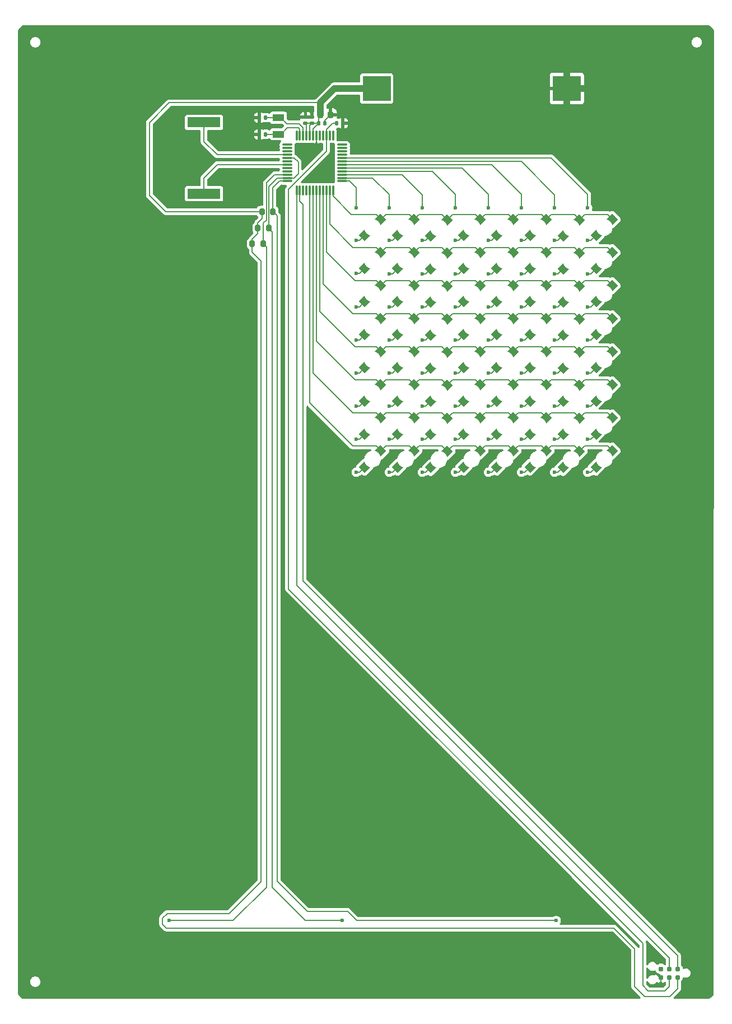
<source format=gbr>
%TF.GenerationSoftware,KiCad,Pcbnew,8.0.6*%
%TF.CreationDate,2024-11-20T00:12:52+00:00*%
%TF.ProjectId,Chirstmas-Card,43686972-7374-46d6-9173-2d436172642e,rev?*%
%TF.SameCoordinates,Original*%
%TF.FileFunction,Copper,L2,Bot*%
%TF.FilePolarity,Positive*%
%FSLAX46Y46*%
G04 Gerber Fmt 4.6, Leading zero omitted, Abs format (unit mm)*
G04 Created by KiCad (PCBNEW 8.0.6) date 2024-11-20 00:12:52*
%MOMM*%
%LPD*%
G01*
G04 APERTURE LIST*
G04 Aperture macros list*
%AMRoundRect*
0 Rectangle with rounded corners*
0 $1 Rounding radius*
0 $2 $3 $4 $5 $6 $7 $8 $9 X,Y pos of 4 corners*
0 Add a 4 corners polygon primitive as box body*
4,1,4,$2,$3,$4,$5,$6,$7,$8,$9,$2,$3,0*
0 Add four circle primitives for the rounded corners*
1,1,$1+$1,$2,$3*
1,1,$1+$1,$4,$5*
1,1,$1+$1,$6,$7*
1,1,$1+$1,$8,$9*
0 Add four rect primitives between the rounded corners*
20,1,$1+$1,$2,$3,$4,$5,0*
20,1,$1+$1,$4,$5,$6,$7,0*
20,1,$1+$1,$6,$7,$8,$9,0*
20,1,$1+$1,$8,$9,$2,$3,0*%
%AMFreePoly0*
4,1,12,0.707250,0.605397,0.612657,0.415428,0.554581,0.211312,0.535000,0.000000,0.554581,-0.211312,0.612657,-0.415428,0.707250,-0.605397,0.722054,-0.625000,-0.535000,-0.625000,-0.535000,0.625000,0.722054,0.625000,0.707250,0.605397,0.707250,0.605397,$1*%
G04 Aperture macros list end*
%TA.AperFunction,SMDPad,CuDef*%
%ADD10FreePoly0,225.000000*%
%TD*%
%TA.AperFunction,SMDPad,CuDef*%
%ADD11FreePoly0,45.000000*%
%TD*%
%TA.AperFunction,SMDPad,CuDef*%
%ADD12RoundRect,0.075000X-0.075000X0.662500X-0.075000X-0.662500X0.075000X-0.662500X0.075000X0.662500X0*%
%TD*%
%TA.AperFunction,SMDPad,CuDef*%
%ADD13RoundRect,0.075000X-0.662500X0.075000X-0.662500X-0.075000X0.662500X-0.075000X0.662500X0.075000X0*%
%TD*%
%TA.AperFunction,SMDPad,CuDef*%
%ADD14RoundRect,0.140000X-0.140000X-0.170000X0.140000X-0.170000X0.140000X0.170000X-0.140000X0.170000X0*%
%TD*%
%TA.AperFunction,SMDPad,CuDef*%
%ADD15RoundRect,0.200000X-0.200000X-0.275000X0.200000X-0.275000X0.200000X0.275000X-0.200000X0.275000X0*%
%TD*%
%TA.AperFunction,SMDPad,CuDef*%
%ADD16RoundRect,0.225000X-0.225000X-0.250000X0.225000X-0.250000X0.225000X0.250000X-0.225000X0.250000X0*%
%TD*%
%TA.AperFunction,ConnectorPad*%
%ADD17C,0.787400*%
%TD*%
%TA.AperFunction,SMDPad,CuDef*%
%ADD18RoundRect,0.140000X0.170000X-0.140000X0.170000X0.140000X-0.170000X0.140000X-0.170000X-0.140000X0*%
%TD*%
%TA.AperFunction,SMDPad,CuDef*%
%ADD19R,1.800000X1.000000*%
%TD*%
%TA.AperFunction,SMDPad,CuDef*%
%ADD20R,5.000000X1.500000*%
%TD*%
%TA.AperFunction,SMDPad,CuDef*%
%ADD21RoundRect,0.140000X0.140000X0.170000X-0.140000X0.170000X-0.140000X-0.170000X0.140000X-0.170000X0*%
%TD*%
%TA.AperFunction,SMDPad,CuDef*%
%ADD22R,4.200000X3.800000*%
%TD*%
%TA.AperFunction,ViaPad*%
%ADD23C,0.600000*%
%TD*%
%TA.AperFunction,Conductor*%
%ADD24C,0.200000*%
%TD*%
%TA.AperFunction,Conductor*%
%ADD25C,0.500000*%
%TD*%
%TA.AperFunction,Conductor*%
%ADD26C,1.000000*%
%TD*%
G04 APERTURE END LIST*
D10*
%TO.P,D43,1,K*%
%TO.N,/R6*%
X110278803Y-84721197D03*
D11*
%TO.P,D43,2,A*%
%TO.N,/C4*%
X107721197Y-87278803D03*
%TD*%
D10*
%TO.P,D48,1,K*%
%TO.N,/R6*%
X125278803Y-84783696D03*
D11*
%TO.P,D48,2,A*%
%TO.N,/C7*%
X122721197Y-87341302D03*
%TD*%
D10*
%TO.P,D59,1,K*%
%TO.N,/R8*%
X110278803Y-94721197D03*
D11*
%TO.P,D59,2,A*%
%TO.N,/C4*%
X107721197Y-97278803D03*
%TD*%
D10*
%TO.P,D44,1,K*%
%TO.N,/R6*%
X105278803Y-84783696D03*
D11*
%TO.P,D44,2,A*%
%TO.N,/C3*%
X102721197Y-87341302D03*
%TD*%
D10*
%TO.P,D52,1,K*%
%TO.N,/R7*%
X105278803Y-89783696D03*
D11*
%TO.P,D52,2,A*%
%TO.N,/C3*%
X102721197Y-92341302D03*
%TD*%
D10*
%TO.P,D3,1,K*%
%TO.N,/R1*%
X110278803Y-59721197D03*
D11*
%TO.P,D3,2,A*%
%TO.N,/C4*%
X107721197Y-62278803D03*
%TD*%
D10*
%TO.P,D49,1,K*%
%TO.N,/R7*%
X120278803Y-89721197D03*
D11*
%TO.P,D49,2,A*%
%TO.N,/C6*%
X117721197Y-92278803D03*
%TD*%
D10*
%TO.P,D23,1,K*%
%TO.N,/R3*%
X130278803Y-69721197D03*
D11*
%TO.P,D23,2,A*%
%TO.N,/C8*%
X127721197Y-72278803D03*
%TD*%
D12*
%TO.P,U2,1,PC13*%
%TO.N,unconnected-(U2-PC13-Pad1)*%
X82500000Y-47087500D03*
%TO.P,U2,2,PC14*%
%TO.N,Net-(U2-PC14)*%
X83000000Y-47087500D03*
%TO.P,U2,3,PC15*%
%TO.N,Net-(U2-PC15)*%
X83500000Y-47087500D03*
%TO.P,U2,4,VBAT*%
%TO.N,VCC*%
X84000000Y-47087500D03*
%TO.P,U2,5,VREF+*%
X84500000Y-47087500D03*
%TO.P,U2,6,VDD*%
X85000000Y-47087500D03*
%TO.P,U2,7,VSS*%
%TO.N,GND*%
X85500000Y-47087500D03*
%TO.P,U2,8,PF0*%
%TO.N,unconnected-(U2-PF0-Pad8)*%
X86000000Y-47087500D03*
%TO.P,U2,9,PF1*%
%TO.N,unconnected-(U2-PF1-Pad9)*%
X86500000Y-47087500D03*
%TO.P,U2,10,NRST*%
%TO.N,/RESET*%
X87000000Y-47087500D03*
%TO.P,U2,11,PA0*%
%TO.N,unconnected-(U2-PA0-Pad11)*%
X87500000Y-47087500D03*
%TO.P,U2,12,PA1*%
%TO.N,unconnected-(U2-PA1-Pad12)*%
X88000000Y-47087500D03*
D13*
%TO.P,U2,13,PA2*%
%TO.N,unconnected-(U2-PA2-Pad13)*%
X89412500Y-48500000D03*
%TO.P,U2,14,PA3*%
%TO.N,unconnected-(U2-PA3-Pad14)*%
X89412500Y-49000000D03*
%TO.P,U2,15,PA4*%
%TO.N,unconnected-(U2-PA4-Pad15)*%
X89412500Y-49500000D03*
%TO.P,U2,16,PA5*%
%TO.N,unconnected-(U2-PA5-Pad16)*%
X89412500Y-50000000D03*
%TO.P,U2,17,PA6*%
%TO.N,/C8*%
X89412500Y-50500000D03*
%TO.P,U2,18,PA7*%
%TO.N,/C7*%
X89412500Y-51000000D03*
%TO.P,U2,19,PB0*%
%TO.N,/C6*%
X89412500Y-51500000D03*
%TO.P,U2,20,PB1*%
%TO.N,/C5*%
X89412500Y-52000000D03*
%TO.P,U2,21,PB2*%
%TO.N,/C4*%
X89412500Y-52500000D03*
%TO.P,U2,22,PB10*%
%TO.N,/C3*%
X89412500Y-53000000D03*
%TO.P,U2,23,PB11*%
%TO.N,/C2*%
X89412500Y-53500000D03*
%TO.P,U2,24,PB12*%
%TO.N,/C1*%
X89412500Y-54000000D03*
D12*
%TO.P,U2,25,PB13*%
%TO.N,/R1*%
X88000000Y-55412500D03*
%TO.P,U2,26,PB14*%
%TO.N,/R2*%
X87500000Y-55412500D03*
%TO.P,U2,27,PB15*%
%TO.N,/R3*%
X87000000Y-55412500D03*
%TO.P,U2,28,PA8*%
%TO.N,/R4*%
X86500000Y-55412500D03*
%TO.P,U2,29,PA9/NC*%
%TO.N,/R5*%
X86000000Y-55412500D03*
%TO.P,U2,30,PC6*%
%TO.N,/R6*%
X85500000Y-55412500D03*
%TO.P,U2,31,PC7*%
%TO.N,/R7*%
X85000000Y-55412500D03*
%TO.P,U2,32,PA10/NC*%
%TO.N,/R8*%
X84500000Y-55412500D03*
%TO.P,U2,33,PA11/PA9*%
%TO.N,unconnected-(U2-PA11{slash}PA9-Pad33)*%
X84000000Y-55412500D03*
%TO.P,U2,34,PA12/PA10*%
%TO.N,unconnected-(U2-PA12{slash}PA10-Pad34)*%
X83500000Y-55412500D03*
%TO.P,U2,35,PA13*%
%TO.N,/SWDIO*%
X83000000Y-55412500D03*
%TO.P,U2,36,PA14*%
%TO.N,/SWCLK*%
X82500000Y-55412500D03*
D13*
%TO.P,U2,37,PA15*%
%TO.N,/BTN3*%
X81087500Y-54000000D03*
%TO.P,U2,38,PD0*%
%TO.N,/BTN2*%
X81087500Y-53500000D03*
%TO.P,U2,39,PD1*%
%TO.N,/BTN1*%
X81087500Y-53000000D03*
%TO.P,U2,40,PD2*%
%TO.N,unconnected-(U2-PD2-Pad40)*%
X81087500Y-52500000D03*
%TO.P,U2,41,PD3*%
%TO.N,unconnected-(U2-PD3-Pad41)*%
X81087500Y-52000000D03*
%TO.P,U2,42,PB3*%
%TO.N,Net-(U2-PB3)*%
X81087500Y-51500000D03*
%TO.P,U2,43,PB4*%
%TO.N,unconnected-(U2-PB4-Pad43)*%
X81087500Y-51000000D03*
%TO.P,U2,44,PB5*%
%TO.N,/BTN2*%
X81087500Y-50500000D03*
%TO.P,U2,45,PB6*%
%TO.N,Net-(U2-PB6)*%
X81087500Y-50000000D03*
%TO.P,U2,46,PB7*%
%TO.N,unconnected-(U2-PB7-Pad46)*%
X81087500Y-49500000D03*
%TO.P,U2,47,PB8*%
%TO.N,unconnected-(U2-PB8-Pad47)*%
X81087500Y-49000000D03*
%TO.P,U2,48,PB9*%
%TO.N,unconnected-(U2-PB9-Pad48)*%
X81087500Y-48500000D03*
%TD*%
D10*
%TO.P,D5,1,K*%
%TO.N,/R1*%
X100278803Y-59721197D03*
D11*
%TO.P,D5,2,A*%
%TO.N,/C2*%
X97721197Y-62278803D03*
%TD*%
D10*
%TO.P,D50,1,K*%
%TO.N,/R7*%
X115278803Y-89721197D03*
D11*
%TO.P,D50,2,A*%
%TO.N,/C5*%
X112721197Y-92278803D03*
%TD*%
D10*
%TO.P,D61,1,K*%
%TO.N,/R8*%
X100278803Y-94721197D03*
D11*
%TO.P,D61,2,A*%
%TO.N,/C2*%
X97721197Y-97278803D03*
%TD*%
D10*
%TO.P,D46,1,K*%
%TO.N,/R6*%
X95278803Y-84721197D03*
D11*
%TO.P,D46,2,A*%
%TO.N,/C1*%
X92721197Y-87278803D03*
%TD*%
D10*
%TO.P,D56,1,K*%
%TO.N,/R7*%
X125278803Y-89783696D03*
D11*
%TO.P,D56,2,A*%
%TO.N,/C7*%
X122721197Y-92341302D03*
%TD*%
D10*
%TO.P,D29,1,K*%
%TO.N,/R4*%
X100278803Y-74721197D03*
D11*
%TO.P,D29,2,A*%
%TO.N,/C2*%
X97721197Y-77278803D03*
%TD*%
D14*
%TO.P,C10,1*%
%TO.N,VCC*%
X85820000Y-45275000D03*
%TO.P,C10,2*%
%TO.N,GND*%
X86780000Y-45275000D03*
%TD*%
D10*
%TO.P,D38,1,K*%
%TO.N,/R5*%
X95278803Y-79721197D03*
D11*
%TO.P,D38,2,A*%
%TO.N,/C1*%
X92721197Y-82278803D03*
%TD*%
D15*
%TO.P,R12,1*%
%TO.N,VCC*%
X76625000Y-61100000D03*
%TO.P,R12,2*%
%TO.N,/BTN2*%
X78275000Y-61100000D03*
%TD*%
D10*
%TO.P,D2,1,K*%
%TO.N,/R1*%
X115278803Y-59721197D03*
D11*
%TO.P,D2,2,A*%
%TO.N,/C5*%
X112721197Y-62278803D03*
%TD*%
D10*
%TO.P,D55,1,K*%
%TO.N,/R7*%
X130278803Y-89721197D03*
D11*
%TO.P,D55,2,A*%
%TO.N,/C8*%
X127721197Y-92278803D03*
%TD*%
D10*
%TO.P,D40,1,K*%
%TO.N,/R5*%
X125278803Y-79783696D03*
D11*
%TO.P,D40,2,A*%
%TO.N,/C7*%
X122721197Y-82341302D03*
%TD*%
D10*
%TO.P,D41,1,K*%
%TO.N,/R6*%
X120278803Y-84721197D03*
D11*
%TO.P,D41,2,A*%
%TO.N,/C6*%
X117721197Y-87278803D03*
%TD*%
D10*
%TO.P,D1,1,K*%
%TO.N,/R1*%
X120278803Y-59721197D03*
D11*
%TO.P,D1,2,A*%
%TO.N,/C6*%
X117721197Y-62278803D03*
%TD*%
D10*
%TO.P,D11,1,K*%
%TO.N,/R2*%
X110278803Y-64721197D03*
D11*
%TO.P,D11,2,A*%
%TO.N,/C4*%
X107721197Y-67278803D03*
%TD*%
D10*
%TO.P,D10,1,K*%
%TO.N,/R2*%
X115278803Y-64721197D03*
D11*
%TO.P,D10,2,A*%
%TO.N,/C5*%
X112721197Y-67278803D03*
%TD*%
D10*
%TO.P,D42,1,K*%
%TO.N,/R6*%
X115278803Y-84721197D03*
D11*
%TO.P,D42,2,A*%
%TO.N,/C5*%
X112721197Y-87278803D03*
%TD*%
D10*
%TO.P,D31,1,K*%
%TO.N,/R4*%
X130278803Y-74721197D03*
D11*
%TO.P,D31,2,A*%
%TO.N,/C8*%
X127721197Y-77278803D03*
%TD*%
D16*
%TO.P,C11,1*%
%TO.N,VCC*%
X86100000Y-43950000D03*
%TO.P,C11,2*%
%TO.N,GND*%
X87650000Y-43950000D03*
%TD*%
D10*
%TO.P,D20,1,K*%
%TO.N,/R3*%
X105278803Y-69783696D03*
D11*
%TO.P,D20,2,A*%
%TO.N,/C3*%
X102721197Y-72341302D03*
%TD*%
D10*
%TO.P,D47,1,K*%
%TO.N,/R6*%
X130278803Y-84721197D03*
D11*
%TO.P,D47,2,A*%
%TO.N,/C8*%
X127721197Y-87278803D03*
%TD*%
D10*
%TO.P,D39,1,K*%
%TO.N,/R5*%
X130278803Y-79721197D03*
D11*
%TO.P,D39,2,A*%
%TO.N,/C8*%
X127721197Y-82278803D03*
%TD*%
D10*
%TO.P,D35,1,K*%
%TO.N,/R5*%
X110278803Y-79721197D03*
D11*
%TO.P,D35,2,A*%
%TO.N,/C4*%
X107721197Y-82278803D03*
%TD*%
D17*
%TO.P,J1,1,VCC*%
%TO.N,VCC*%
X140095000Y-174320000D03*
%TO.P,J1,2,SWDIO*%
%TO.N,/SWDIO*%
X140095000Y-173050000D03*
%TO.P,J1,3,~{RESET}*%
%TO.N,/RESET*%
X138825000Y-174320000D03*
%TO.P,J1,4,SWCLK*%
%TO.N,/SWCLK*%
X138825000Y-173050000D03*
%TO.P,J1,5,GND*%
%TO.N,GND*%
X137555000Y-174320000D03*
%TO.P,J1,6,SWO*%
%TO.N,unconnected-(J1-SWO-Pad6)*%
X137555000Y-173050000D03*
%TD*%
D10*
%TO.P,D15,1,K*%
%TO.N,/R2*%
X130278803Y-64721197D03*
D11*
%TO.P,D15,2,A*%
%TO.N,/C8*%
X127721197Y-67278803D03*
%TD*%
D10*
%TO.P,D25,1,K*%
%TO.N,/R4*%
X120278803Y-74721197D03*
D11*
%TO.P,D25,2,A*%
%TO.N,/C6*%
X117721197Y-77278803D03*
%TD*%
D10*
%TO.P,D64,1,K*%
%TO.N,/R8*%
X125278803Y-94783696D03*
D11*
%TO.P,D64,2,A*%
%TO.N,/C7*%
X122721197Y-97341302D03*
%TD*%
D10*
%TO.P,D60,1,K*%
%TO.N,/R8*%
X105278803Y-94783696D03*
D11*
%TO.P,D60,2,A*%
%TO.N,/C3*%
X102721197Y-97341302D03*
%TD*%
D10*
%TO.P,D4,1,K*%
%TO.N,/R1*%
X105278803Y-59783696D03*
D11*
%TO.P,D4,2,A*%
%TO.N,/C3*%
X102721197Y-62341302D03*
%TD*%
D10*
%TO.P,D36,1,K*%
%TO.N,/R5*%
X105278803Y-79783696D03*
D11*
%TO.P,D36,2,A*%
%TO.N,/C3*%
X102721197Y-82341302D03*
%TD*%
D10*
%TO.P,D62,1,K*%
%TO.N,/R8*%
X95278803Y-94721197D03*
D11*
%TO.P,D62,2,A*%
%TO.N,/C1*%
X92721197Y-97278803D03*
%TD*%
D10*
%TO.P,D14,1,K*%
%TO.N,/R2*%
X95278803Y-64721197D03*
D11*
%TO.P,D14,2,A*%
%TO.N,/C1*%
X92721197Y-67278803D03*
%TD*%
D10*
%TO.P,D17,1,K*%
%TO.N,/R3*%
X120278803Y-69721197D03*
D11*
%TO.P,D17,2,A*%
%TO.N,/C6*%
X117721197Y-72278803D03*
%TD*%
D10*
%TO.P,D57,1,K*%
%TO.N,/R8*%
X120278803Y-94721197D03*
D11*
%TO.P,D57,2,A*%
%TO.N,/C6*%
X117721197Y-97278803D03*
%TD*%
D10*
%TO.P,D32,1,K*%
%TO.N,/R4*%
X125278803Y-74783696D03*
D11*
%TO.P,D32,2,A*%
%TO.N,/C7*%
X122721197Y-77341302D03*
%TD*%
D14*
%TO.P,C7,1*%
%TO.N,/RESET*%
X88545000Y-45250000D03*
%TO.P,C7,2*%
%TO.N,GND*%
X89505000Y-45250000D03*
%TD*%
D10*
%TO.P,D28,1,K*%
%TO.N,/R4*%
X105278803Y-74783696D03*
D11*
%TO.P,D28,2,A*%
%TO.N,/C3*%
X102721197Y-77341302D03*
%TD*%
D18*
%TO.P,C9,1*%
%TO.N,VCC*%
X83850000Y-45255000D03*
%TO.P,C9,2*%
%TO.N,GND*%
X83850000Y-44295000D03*
%TD*%
D10*
%TO.P,D7,1,K*%
%TO.N,/R1*%
X130278803Y-59721197D03*
D11*
%TO.P,D7,2,A*%
%TO.N,/C8*%
X127721197Y-62278803D03*
%TD*%
D19*
%TO.P,Y1,1,1*%
%TO.N,Net-(U2-PC14)*%
X79750000Y-46900000D03*
%TO.P,Y1,2,2*%
%TO.N,Net-(U2-PC15)*%
X79750000Y-44400000D03*
%TD*%
D10*
%TO.P,D37,1,K*%
%TO.N,/R5*%
X100278803Y-79721197D03*
D11*
%TO.P,D37,2,A*%
%TO.N,/C2*%
X97721197Y-82278803D03*
%TD*%
D10*
%TO.P,D54,1,K*%
%TO.N,/R7*%
X95278803Y-89721197D03*
D11*
%TO.P,D54,2,A*%
%TO.N,/C1*%
X92721197Y-92278803D03*
%TD*%
D10*
%TO.P,D58,1,K*%
%TO.N,/R8*%
X115278803Y-94721197D03*
D11*
%TO.P,D58,2,A*%
%TO.N,/C5*%
X112721197Y-97278803D03*
%TD*%
D20*
%TO.P,LS1,1,1*%
%TO.N,Net-(U2-PB3)*%
X68500000Y-55900000D03*
%TO.P,LS1,2,2*%
%TO.N,Net-(U2-PB6)*%
X68500000Y-45100000D03*
%TD*%
D15*
%TO.P,R9,1*%
%TO.N,VCC*%
X75800000Y-63450000D03*
%TO.P,R9,2*%
%TO.N,/BTN1*%
X77450000Y-63450000D03*
%TD*%
D10*
%TO.P,D63,1,K*%
%TO.N,/R8*%
X130278803Y-94721197D03*
D11*
%TO.P,D63,2,A*%
%TO.N,/C8*%
X127721197Y-97278803D03*
%TD*%
D10*
%TO.P,D6,1,K*%
%TO.N,/R1*%
X95278803Y-59721197D03*
D11*
%TO.P,D6,2,A*%
%TO.N,/C1*%
X92721197Y-62278803D03*
%TD*%
D10*
%TO.P,D27,1,K*%
%TO.N,/R4*%
X110278803Y-74721197D03*
D11*
%TO.P,D27,2,A*%
%TO.N,/C4*%
X107721197Y-77278803D03*
%TD*%
D10*
%TO.P,D18,1,K*%
%TO.N,/R3*%
X115278803Y-69721197D03*
D11*
%TO.P,D18,2,A*%
%TO.N,/C5*%
X112721197Y-72278803D03*
%TD*%
D10*
%TO.P,D24,1,K*%
%TO.N,/R3*%
X125278803Y-69783696D03*
D11*
%TO.P,D24,2,A*%
%TO.N,/C7*%
X122721197Y-72341302D03*
%TD*%
D10*
%TO.P,D12,1,K*%
%TO.N,/R2*%
X105278803Y-64783696D03*
D11*
%TO.P,D12,2,A*%
%TO.N,/C3*%
X102721197Y-67341302D03*
%TD*%
D10*
%TO.P,D34,1,K*%
%TO.N,/R5*%
X115278803Y-79721197D03*
D11*
%TO.P,D34,2,A*%
%TO.N,/C5*%
X112721197Y-82278803D03*
%TD*%
D10*
%TO.P,D8,1,K*%
%TO.N,/R1*%
X125278803Y-59783696D03*
D11*
%TO.P,D8,2,A*%
%TO.N,/C7*%
X122721197Y-62341302D03*
%TD*%
D10*
%TO.P,D9,1,K*%
%TO.N,/R2*%
X120278803Y-64721197D03*
D11*
%TO.P,D9,2,A*%
%TO.N,/C6*%
X117721197Y-67278803D03*
%TD*%
D18*
%TO.P,C8,1*%
%TO.N,VCC*%
X84850000Y-45255000D03*
%TO.P,C8,2*%
%TO.N,GND*%
X84850000Y-44295000D03*
%TD*%
D15*
%TO.P,R13,1*%
%TO.N,VCC*%
X77275000Y-58600000D03*
%TO.P,R13,2*%
%TO.N,/BTN3*%
X78925000Y-58600000D03*
%TD*%
D10*
%TO.P,D33,1,K*%
%TO.N,/R5*%
X120278803Y-79721197D03*
D11*
%TO.P,D33,2,A*%
%TO.N,/C6*%
X117721197Y-82278803D03*
%TD*%
D21*
%TO.P,C5,1*%
%TO.N,Net-(U2-PC15)*%
X77830000Y-44400000D03*
%TO.P,C5,2*%
%TO.N,GND*%
X76870000Y-44400000D03*
%TD*%
D10*
%TO.P,D19,1,K*%
%TO.N,/R3*%
X110278803Y-69721197D03*
D11*
%TO.P,D19,2,A*%
%TO.N,/C4*%
X107721197Y-72278803D03*
%TD*%
D22*
%TO.P,BT1,1,+*%
%TO.N,VCC*%
X94615000Y-40000000D03*
%TO.P,BT1,2,-*%
%TO.N,GND*%
X123385000Y-40000000D03*
%TD*%
D10*
%TO.P,D30,1,K*%
%TO.N,/R4*%
X95278803Y-74721197D03*
D11*
%TO.P,D30,2,A*%
%TO.N,/C1*%
X92721197Y-77278803D03*
%TD*%
D10*
%TO.P,D45,1,K*%
%TO.N,/R6*%
X100278803Y-84721197D03*
D11*
%TO.P,D45,2,A*%
%TO.N,/C2*%
X97721197Y-87278803D03*
%TD*%
D10*
%TO.P,D53,1,K*%
%TO.N,/R7*%
X100278803Y-89721197D03*
D11*
%TO.P,D53,2,A*%
%TO.N,/C2*%
X97721197Y-92278803D03*
%TD*%
D10*
%TO.P,D26,1,K*%
%TO.N,/R4*%
X115278803Y-74721197D03*
D11*
%TO.P,D26,2,A*%
%TO.N,/C5*%
X112721197Y-77278803D03*
%TD*%
D10*
%TO.P,D16,1,K*%
%TO.N,/R2*%
X125278803Y-64783696D03*
D11*
%TO.P,D16,2,A*%
%TO.N,/C7*%
X122721197Y-67341302D03*
%TD*%
D21*
%TO.P,C6,1*%
%TO.N,Net-(U2-PC14)*%
X77830000Y-46900000D03*
%TO.P,C6,2*%
%TO.N,GND*%
X76870000Y-46900000D03*
%TD*%
D10*
%TO.P,D51,1,K*%
%TO.N,/R7*%
X110278803Y-89721197D03*
D11*
%TO.P,D51,2,A*%
%TO.N,/C4*%
X107721197Y-92278803D03*
%TD*%
D10*
%TO.P,D22,1,K*%
%TO.N,/R3*%
X95278803Y-69721197D03*
D11*
%TO.P,D22,2,A*%
%TO.N,/C1*%
X92721197Y-72278803D03*
%TD*%
D10*
%TO.P,D21,1,K*%
%TO.N,/R3*%
X100278803Y-69721197D03*
D11*
%TO.P,D21,2,A*%
%TO.N,/C2*%
X97721197Y-72278803D03*
%TD*%
D10*
%TO.P,D13,1,K*%
%TO.N,/R2*%
X100278803Y-64721197D03*
D11*
%TO.P,D13,2,A*%
%TO.N,/C2*%
X97721197Y-67278803D03*
%TD*%
D23*
%TO.N,GND*%
X126500000Y-40000000D03*
X88700000Y-43950000D03*
X140000000Y-93000000D03*
X47000000Y-86000000D03*
X133000000Y-139000000D03*
X47000000Y-37000000D03*
X53000000Y-163000000D03*
X92000000Y-158000000D03*
X81000000Y-173000000D03*
X120000000Y-116000000D03*
X140000000Y-68000000D03*
X136000000Y-170000000D03*
X90700000Y-45250000D03*
X76900000Y-45850000D03*
X140000000Y-46000000D03*
X76900000Y-43400000D03*
X83850000Y-43350000D03*
X80000000Y-57000000D03*
X87000000Y-53000000D03*
X121000000Y-173000000D03*
X109000000Y-40000000D03*
X82000000Y-119000000D03*
X137550000Y-175250000D03*
X63000000Y-108000000D03*
X123385000Y-37300000D03*
X79000000Y-34000000D03*
X63000000Y-71000000D03*
X47000000Y-68000000D03*
X138000000Y-159000000D03*
X92000000Y-141000000D03*
X48000000Y-132000000D03*
X85500000Y-48650000D03*
X101000000Y-108000000D03*
X106000000Y-158000000D03*
X123375000Y-42700000D03*
%TO.N,/C1*%
X91500000Y-97971197D03*
X91500000Y-67971197D03*
X91500000Y-82971197D03*
X91500000Y-77971197D03*
X91500000Y-87971197D03*
X91500000Y-58000000D03*
X91500000Y-72971197D03*
X91500000Y-92971197D03*
X91500000Y-62971197D03*
%TO.N,/C2*%
X96500000Y-62971197D03*
X96500000Y-73000000D03*
X96500000Y-78000000D03*
X96500000Y-58000000D03*
X96500000Y-98000000D03*
X96500000Y-88000000D03*
X96500000Y-93000000D03*
X96500000Y-68000000D03*
X96500000Y-83000000D03*
%TO.N,/C3*%
X101500000Y-58000000D03*
X101500000Y-88000000D03*
X101500000Y-73000000D03*
X101500000Y-62971197D03*
X101500000Y-78000000D03*
X101500000Y-98000000D03*
X101500000Y-83000000D03*
X101500000Y-68000000D03*
X101500000Y-93000000D03*
%TO.N,/C4*%
X106500000Y-78000000D03*
X106500000Y-98000000D03*
X106500000Y-73000000D03*
X106500000Y-68000000D03*
X106500000Y-88000000D03*
X106500000Y-93000000D03*
X106500000Y-58000000D03*
X106500000Y-62971197D03*
X106500000Y-83000000D03*
%TO.N,/C5*%
X111500000Y-93000000D03*
X111500000Y-78000000D03*
X111500000Y-73000000D03*
X111500000Y-58000000D03*
X111500000Y-62971197D03*
X111500000Y-88000000D03*
X111500000Y-98000000D03*
X111500000Y-83000000D03*
X111500000Y-68000000D03*
%TO.N,/C6*%
X116500000Y-83000000D03*
X116500000Y-98000000D03*
X116500000Y-62971197D03*
X116500000Y-58000000D03*
X116500000Y-73000000D03*
X116500000Y-88000000D03*
X116500000Y-78000000D03*
X116500000Y-68000000D03*
X116500000Y-93000000D03*
%TO.N,/C7*%
X121500000Y-73000000D03*
X121500000Y-58000000D03*
X121500000Y-93000000D03*
X121500000Y-78000000D03*
X121500000Y-88000000D03*
X121500000Y-68000000D03*
X121500000Y-98000000D03*
X121500000Y-62971197D03*
X121500000Y-83000000D03*
%TO.N,/C8*%
X126500000Y-73000000D03*
X126500000Y-68000000D03*
X126500000Y-83000000D03*
X126500000Y-78000000D03*
X126500000Y-98000000D03*
X126500000Y-62971197D03*
X126500000Y-58000000D03*
X126500000Y-93000000D03*
X126500000Y-88000000D03*
%TO.N,/BTN1*%
X63200000Y-165750000D03*
%TO.N,/BTN2*%
X89425000Y-165750000D03*
%TO.N,/BTN3*%
X121750000Y-165750000D03*
%TD*%
D24*
%TO.N,GND*%
X89505000Y-45250000D02*
X90700000Y-45250000D01*
D25*
X88700000Y-43950000D02*
X87650000Y-43950000D01*
D24*
X137550000Y-175250000D02*
X137555000Y-175245000D01*
X83850000Y-43350000D02*
X84300000Y-43350000D01*
D26*
X123375000Y-40000000D02*
X123375000Y-37310000D01*
D24*
X85500000Y-47087500D02*
X85500000Y-48650000D01*
D26*
X123385000Y-40000000D02*
X123385000Y-42690000D01*
D24*
X86780000Y-45275000D02*
X86780000Y-44820000D01*
X84300000Y-43350000D02*
X84850000Y-43900000D01*
X76870000Y-46900000D02*
X76870000Y-45880000D01*
D26*
X123385000Y-40000000D02*
X126500000Y-40000000D01*
X123385000Y-42690000D02*
X123375000Y-42700000D01*
D24*
X76870000Y-45880000D02*
X76900000Y-45850000D01*
X137555000Y-175245000D02*
X137555000Y-174320000D01*
X76870000Y-44400000D02*
X76870000Y-43430000D01*
X84850000Y-43900000D02*
X84850000Y-44295000D01*
X83850000Y-43350000D02*
X83850000Y-44295000D01*
X86780000Y-44820000D02*
X87650000Y-43950000D01*
X76870000Y-43430000D02*
X76900000Y-43400000D01*
%TO.N,VCC*%
X60250000Y-45150000D02*
X63250000Y-42150000D01*
X133625000Y-175750000D02*
X135100000Y-177225000D01*
D26*
X94615000Y-40000000D02*
X88250000Y-40000000D01*
D24*
X83850000Y-45255000D02*
X84850000Y-45255000D01*
X62225000Y-165400000D02*
X62225000Y-166275000D01*
X77275000Y-58600000D02*
X62700000Y-58600000D01*
X84500000Y-47087500D02*
X84500000Y-45605000D01*
X85000000Y-46095000D02*
X85820000Y-45275000D01*
X63250000Y-42150000D02*
X86100000Y-42150000D01*
X62225000Y-166275000D02*
X62850000Y-166900000D01*
X135100000Y-177225000D02*
X138900000Y-177225000D01*
X77275000Y-58600000D02*
X77275000Y-59650000D01*
X75800000Y-62750000D02*
X75800000Y-63450000D01*
X76625000Y-60300000D02*
X76625000Y-61100000D01*
X133625000Y-170025000D02*
X133625000Y-175750000D01*
X72325000Y-164675000D02*
X62950000Y-164675000D01*
X130500000Y-166900000D02*
X133625000Y-170025000D01*
D26*
X88250000Y-40000000D02*
X86100000Y-42150000D01*
D24*
X85000000Y-47087500D02*
X85000000Y-46095000D01*
D25*
X86100000Y-43950000D02*
X86100000Y-43750000D01*
D26*
X86100000Y-42150000D02*
X86100000Y-43950000D01*
D24*
X138900000Y-177225000D02*
X140095000Y-176030000D01*
X77275000Y-59650000D02*
X76625000Y-60300000D01*
X62950000Y-164675000D02*
X62225000Y-165400000D01*
X62850000Y-166900000D02*
X130500000Y-166900000D01*
X75800000Y-63450000D02*
X75800000Y-64725000D01*
X84500000Y-45605000D02*
X84850000Y-45255000D01*
X85800000Y-45255000D02*
X85820000Y-45275000D01*
X140095000Y-176030000D02*
X140095000Y-174320000D01*
X77150000Y-159850000D02*
X72325000Y-164675000D01*
X84000000Y-45405000D02*
X83850000Y-45255000D01*
X85820000Y-44230000D02*
X86100000Y-43950000D01*
X84850000Y-45255000D02*
X85800000Y-45255000D01*
X85820000Y-45275000D02*
X85820000Y-44230000D01*
X76625000Y-61100000D02*
X76625000Y-61925000D01*
X75800000Y-64725000D02*
X77150000Y-66075000D01*
X60250000Y-56150000D02*
X60250000Y-45150000D01*
X76625000Y-61925000D02*
X75800000Y-62750000D01*
X62700000Y-58600000D02*
X60250000Y-56150000D01*
X84000000Y-47087500D02*
X84000000Y-45405000D01*
X77150000Y-66075000D02*
X77150000Y-159850000D01*
%TO.N,Net-(U2-PB3)*%
X68500000Y-53500000D02*
X68500000Y-55900000D01*
X81087500Y-51500000D02*
X70500000Y-51500000D01*
X70500000Y-51500000D02*
X68500000Y-53500000D01*
%TO.N,Net-(U2-PB6)*%
X81087500Y-50000000D02*
X70500000Y-50000000D01*
X68500000Y-48000000D02*
X68500000Y-45100000D01*
X70500000Y-50000000D02*
X68500000Y-48000000D01*
%TO.N,/R1*%
X100278803Y-59721197D02*
X101000000Y-59000000D01*
X120278803Y-59721197D02*
X121000000Y-59000000D01*
X95278803Y-59721197D02*
X96000000Y-59000000D01*
X111000000Y-59000000D02*
X114557606Y-59000000D01*
X88000000Y-55412500D02*
X88000000Y-56253120D01*
X115278803Y-59721197D02*
X116000000Y-59000000D01*
X88000000Y-56253120D02*
X90746880Y-59000000D01*
X99557606Y-59000000D02*
X100278803Y-59721197D01*
X104495107Y-59000000D02*
X105278803Y-59783696D01*
X90746880Y-59000000D02*
X94557606Y-59000000D01*
X96000000Y-59000000D02*
X99557606Y-59000000D01*
X110278803Y-59721197D02*
X111000000Y-59000000D01*
X121000000Y-59000000D02*
X124495107Y-59000000D01*
X94557606Y-59000000D02*
X95278803Y-59721197D01*
X129557606Y-59000000D02*
X130278803Y-59721197D01*
X126062499Y-59000000D02*
X129557606Y-59000000D01*
X125278803Y-59783696D02*
X126062499Y-59000000D01*
X106062499Y-59000000D02*
X109557606Y-59000000D01*
X105278803Y-59783696D02*
X106062499Y-59000000D01*
X101000000Y-59000000D02*
X104495107Y-59000000D01*
X116000000Y-59000000D02*
X119557606Y-59000000D01*
X109557606Y-59000000D02*
X110278803Y-59721197D01*
X124495107Y-59000000D02*
X125278803Y-59783696D01*
X114557606Y-59000000D02*
X115278803Y-59721197D01*
X119557606Y-59000000D02*
X120278803Y-59721197D01*
%TO.N,/R2*%
X124495107Y-64000000D02*
X125278803Y-64783696D01*
X121000000Y-64000000D02*
X124495107Y-64000000D01*
X119557606Y-64000000D02*
X120278803Y-64721197D01*
X91000000Y-64000000D02*
X94557606Y-64000000D01*
X104495107Y-64000000D02*
X105278803Y-64783696D01*
X106062499Y-64000000D02*
X109557606Y-64000000D01*
X111000000Y-64000000D02*
X114557606Y-64000000D01*
X94557606Y-64000000D02*
X95278803Y-64721197D01*
X109557606Y-64000000D02*
X110278803Y-64721197D01*
X99557606Y-64000000D02*
X100278803Y-64721197D01*
X87500000Y-55412500D02*
X87500000Y-60500000D01*
X129557606Y-64000000D02*
X130278803Y-64721197D01*
X105278803Y-64783696D02*
X106062499Y-64000000D01*
X116000000Y-64000000D02*
X119557606Y-64000000D01*
X100278803Y-64721197D02*
X101000000Y-64000000D01*
X95278803Y-64721197D02*
X96000000Y-64000000D01*
X87500000Y-60500000D02*
X91000000Y-64000000D01*
X96000000Y-64000000D02*
X99557606Y-64000000D01*
X110278803Y-64721197D02*
X111000000Y-64000000D01*
X126062499Y-64000000D02*
X129557606Y-64000000D01*
X114557606Y-64000000D02*
X115278803Y-64721197D01*
X125278803Y-64783696D02*
X126062499Y-64000000D01*
X101000000Y-64000000D02*
X104495107Y-64000000D01*
X120278803Y-64721197D02*
X121000000Y-64000000D01*
X115278803Y-64721197D02*
X116000000Y-64000000D01*
%TO.N,/R3*%
X95278803Y-69721197D02*
X96000000Y-69000000D01*
X110278803Y-69721197D02*
X111000000Y-69000000D01*
X125278803Y-69783696D02*
X126062499Y-69000000D01*
X87000000Y-64695218D02*
X91304782Y-69000000D01*
X115278803Y-69721197D02*
X116000000Y-69000000D01*
X129557606Y-69000000D02*
X130278803Y-69721197D01*
X120278803Y-69721197D02*
X121000000Y-69000000D01*
X109557606Y-69000000D02*
X110278803Y-69721197D01*
X91304782Y-69000000D02*
X94557606Y-69000000D01*
X124495107Y-69000000D02*
X125278803Y-69783696D01*
X121000000Y-69000000D02*
X124495107Y-69000000D01*
X100278803Y-69721197D02*
X101000000Y-69000000D01*
X126062499Y-69000000D02*
X129557606Y-69000000D01*
X96000000Y-69000000D02*
X99557606Y-69000000D01*
X106062499Y-69000000D02*
X109557606Y-69000000D01*
X114557606Y-69000000D02*
X115278803Y-69721197D01*
X116000000Y-69000000D02*
X119557606Y-69000000D01*
X87000000Y-55412500D02*
X87000000Y-64695218D01*
X105278803Y-69783696D02*
X106062499Y-69000000D01*
X104495107Y-69000000D02*
X105278803Y-69783696D01*
X94557606Y-69000000D02*
X95278803Y-69721197D01*
X119557606Y-69000000D02*
X120278803Y-69721197D01*
X111000000Y-69000000D02*
X114557606Y-69000000D01*
X101000000Y-69000000D02*
X104495107Y-69000000D01*
X99557606Y-69000000D02*
X100278803Y-69721197D01*
%TO.N,/R4*%
X95278803Y-74721197D02*
X96000000Y-74000000D01*
X86500000Y-55412500D02*
X86500000Y-69500000D01*
X120278803Y-74721197D02*
X121000000Y-74000000D01*
X104495107Y-74000000D02*
X105278803Y-74783696D01*
X126062499Y-74000000D02*
X129557606Y-74000000D01*
X99557606Y-74000000D02*
X100278803Y-74721197D01*
X111000000Y-74000000D02*
X114557606Y-74000000D01*
X116000000Y-74000000D02*
X119557606Y-74000000D01*
X105278803Y-74783696D02*
X106062499Y-74000000D01*
X115278803Y-74721197D02*
X116000000Y-74000000D01*
X100278803Y-74721197D02*
X101000000Y-74000000D01*
X114557606Y-74000000D02*
X115278803Y-74721197D01*
X106062499Y-74000000D02*
X109557606Y-74000000D01*
X125278803Y-74783696D02*
X126062499Y-74000000D01*
X124495107Y-74000000D02*
X125278803Y-74783696D01*
X119557606Y-74000000D02*
X120278803Y-74721197D01*
X101000000Y-74000000D02*
X104495107Y-74000000D01*
X94557606Y-74000000D02*
X95278803Y-74721197D01*
X96000000Y-74000000D02*
X99557606Y-74000000D01*
X110278803Y-74721197D02*
X111000000Y-74000000D01*
X109557606Y-74000000D02*
X110278803Y-74721197D01*
X129557606Y-74000000D02*
X130278803Y-74721197D01*
X91000000Y-74000000D02*
X94557606Y-74000000D01*
X121000000Y-74000000D02*
X124495107Y-74000000D01*
X86500000Y-69500000D02*
X91000000Y-74000000D01*
%TO.N,/R5*%
X105278803Y-79783696D02*
X106062499Y-79000000D01*
X111000000Y-79000000D02*
X114557606Y-79000000D01*
X125278803Y-79783696D02*
X126062499Y-79000000D01*
X109557606Y-79000000D02*
X110278803Y-79721197D01*
X119557606Y-79000000D02*
X120278803Y-79721197D01*
X95278803Y-79721197D02*
X96000000Y-79000000D01*
X99557606Y-79000000D02*
X100278803Y-79721197D01*
X91304782Y-79000000D02*
X94557606Y-79000000D01*
X120278803Y-79721197D02*
X121000000Y-79000000D01*
X86000000Y-55412500D02*
X86000000Y-73695218D01*
X101000000Y-79000000D02*
X104495107Y-79000000D01*
X124495107Y-79000000D02*
X125278803Y-79783696D01*
X86000000Y-73695218D02*
X91304782Y-79000000D01*
X104495107Y-79000000D02*
X105278803Y-79783696D01*
X116000000Y-79000000D02*
X119557606Y-79000000D01*
X100278803Y-79721197D02*
X101000000Y-79000000D01*
X115278803Y-79721197D02*
X116000000Y-79000000D01*
X110278803Y-79721197D02*
X111000000Y-79000000D01*
X106062499Y-79000000D02*
X109557606Y-79000000D01*
X114557606Y-79000000D02*
X115278803Y-79721197D01*
X96000000Y-79000000D02*
X99557606Y-79000000D01*
X121000000Y-79000000D02*
X124495107Y-79000000D01*
X126062499Y-79000000D02*
X129557606Y-79000000D01*
X129557606Y-79000000D02*
X130278803Y-79721197D01*
X94557606Y-79000000D02*
X95278803Y-79721197D01*
%TO.N,/R6*%
X99557606Y-84000000D02*
X100278803Y-84721197D01*
X94557606Y-84000000D02*
X95278803Y-84721197D01*
X119557606Y-84000000D02*
X120278803Y-84721197D01*
X124495107Y-84000000D02*
X125278803Y-84783696D01*
X129557606Y-84000000D02*
X130278803Y-84721197D01*
X101000000Y-84000000D02*
X104495107Y-84000000D01*
X91304782Y-84000000D02*
X94557606Y-84000000D01*
X85500000Y-78195218D02*
X91304782Y-84000000D01*
X111000000Y-84000000D02*
X114557606Y-84000000D01*
X100278803Y-84721197D02*
X101000000Y-84000000D01*
X126062499Y-84000000D02*
X129557606Y-84000000D01*
X115278803Y-84721197D02*
X116000000Y-84000000D01*
X114557606Y-84000000D02*
X115278803Y-84721197D01*
X121000000Y-84000000D02*
X124495107Y-84000000D01*
X125278803Y-84783696D02*
X126062499Y-84000000D01*
X106062499Y-84000000D02*
X109557606Y-84000000D01*
X105278803Y-84783696D02*
X106062499Y-84000000D01*
X120278803Y-84721197D02*
X121000000Y-84000000D01*
X110278803Y-84721197D02*
X111000000Y-84000000D01*
X96000000Y-84000000D02*
X99557606Y-84000000D01*
X85500000Y-55412500D02*
X85500000Y-78195218D01*
X109557606Y-84000000D02*
X110278803Y-84721197D01*
X116000000Y-84000000D02*
X119557606Y-84000000D01*
X95278803Y-84721197D02*
X96000000Y-84000000D01*
X104495107Y-84000000D02*
X105278803Y-84783696D01*
%TO.N,/R7*%
X106062499Y-89000000D02*
X109557606Y-89000000D01*
X94557606Y-89000000D02*
X95278803Y-89721197D01*
X104495107Y-89000000D02*
X105278803Y-89783696D01*
X101000000Y-89000000D02*
X104495107Y-89000000D01*
X120278803Y-89721197D02*
X121000000Y-89000000D01*
X85000000Y-55412500D02*
X85000000Y-83000000D01*
X119557606Y-89000000D02*
X120278803Y-89721197D01*
X111000000Y-89000000D02*
X114557606Y-89000000D01*
X91000000Y-89000000D02*
X94557606Y-89000000D01*
X125278803Y-89783696D02*
X126062499Y-89000000D01*
X124495107Y-89000000D02*
X125278803Y-89783696D01*
X121000000Y-89000000D02*
X124495107Y-89000000D01*
X114557606Y-89000000D02*
X115278803Y-89721197D01*
X85000000Y-83000000D02*
X91000000Y-89000000D01*
X115278803Y-89721197D02*
X116000000Y-89000000D01*
X99557606Y-89000000D02*
X100278803Y-89721197D01*
X96000000Y-89000000D02*
X99557606Y-89000000D01*
X105278803Y-89783696D02*
X106062499Y-89000000D01*
X126062499Y-89000000D02*
X129557606Y-89000000D01*
X110278803Y-89721197D02*
X111000000Y-89000000D01*
X95278803Y-89721197D02*
X96000000Y-89000000D01*
X109557606Y-89000000D02*
X110278803Y-89721197D01*
X129557606Y-89000000D02*
X130278803Y-89721197D01*
X100278803Y-89721197D02*
X101000000Y-89000000D01*
X116000000Y-89000000D02*
X119557606Y-89000000D01*
%TO.N,/R8*%
X95278803Y-94721197D02*
X96000000Y-94000000D01*
X129557606Y-94000000D02*
X130278803Y-94721197D01*
X104495107Y-94000000D02*
X105278803Y-94783696D01*
X106062499Y-94000000D02*
X109557606Y-94000000D01*
X115278803Y-94721197D02*
X116000000Y-94000000D01*
X110278803Y-94721197D02*
X111000000Y-94000000D01*
X84500000Y-87500000D02*
X91000000Y-94000000D01*
X99557606Y-94000000D02*
X100278803Y-94721197D01*
X111000000Y-94000000D02*
X114557606Y-94000000D01*
X109557606Y-94000000D02*
X110278803Y-94721197D01*
X126062499Y-94000000D02*
X129557606Y-94000000D01*
X119557606Y-94000000D02*
X120278803Y-94721197D01*
X94557606Y-94000000D02*
X95278803Y-94721197D01*
X91000000Y-94000000D02*
X94557606Y-94000000D01*
X100278803Y-94721197D02*
X101000000Y-94000000D01*
X124495107Y-94000000D02*
X125278803Y-94783696D01*
X114557606Y-94000000D02*
X115278803Y-94721197D01*
X125278803Y-94783696D02*
X126062499Y-94000000D01*
X105278803Y-94783696D02*
X106062499Y-94000000D01*
X84500000Y-55412500D02*
X84500000Y-87500000D01*
X116000000Y-94000000D02*
X119557606Y-94000000D01*
X101000000Y-94000000D02*
X104495107Y-94000000D01*
X121000000Y-94000000D02*
X124495107Y-94000000D01*
X120278803Y-94721197D02*
X121000000Y-94000000D01*
X96000000Y-94000000D02*
X99557606Y-94000000D01*
%TO.N,/SWCLK*%
X82500000Y-115050000D02*
X138825000Y-171375000D01*
X138825000Y-171375000D02*
X138825000Y-173050000D01*
X82500000Y-55412500D02*
X82500000Y-115050000D01*
%TO.N,/RESET*%
X138125000Y-176375000D02*
X135650000Y-176375000D01*
X81300000Y-115650000D02*
X81300000Y-55200000D01*
X138825000Y-175675000D02*
X138125000Y-176375000D01*
X87938302Y-45250000D02*
X87000000Y-46188302D01*
X134850000Y-169200000D02*
X81300000Y-115650000D01*
X87000000Y-49500000D02*
X87000000Y-47087500D01*
X88545000Y-45250000D02*
X87938302Y-45250000D01*
X138825000Y-174320000D02*
X138825000Y-175675000D01*
X81300000Y-55200000D02*
X87000000Y-49500000D01*
X134850000Y-175575000D02*
X134850000Y-169200000D01*
X135650000Y-176375000D02*
X134850000Y-175575000D01*
X87000000Y-46188302D02*
X87000000Y-47087500D01*
%TO.N,/SWDIO*%
X83000000Y-55412500D02*
X83000000Y-57000000D01*
X83000000Y-57000000D02*
X83500000Y-57500000D01*
X83500000Y-57500000D02*
X83500000Y-114450000D01*
X83500000Y-114450000D02*
X140095000Y-171045000D01*
X140095000Y-171045000D02*
X140095000Y-173050000D01*
%TO.N,Net-(U2-PC15)*%
X82855849Y-45300000D02*
X83500000Y-45944151D01*
X79750000Y-44400001D02*
X80150001Y-44400001D01*
X77830001Y-44400001D02*
X77830000Y-44400000D01*
X81050000Y-45300000D02*
X82855849Y-45300000D01*
X83500000Y-45944151D02*
X83500000Y-47087500D01*
X80150001Y-44400001D02*
X81050000Y-45300000D01*
X79750000Y-44400001D02*
X77830001Y-44400001D01*
%TO.N,Net-(U2-PC14)*%
X80137501Y-46899999D02*
X79750000Y-46899999D01*
X83000000Y-46150000D02*
X82799999Y-45949999D01*
X79750000Y-46899999D02*
X77830001Y-46899999D01*
X83000000Y-47087500D02*
X83000000Y-46150000D01*
X82799999Y-45949999D02*
X81087501Y-45949999D01*
X81087501Y-45949999D02*
X80137501Y-46899999D01*
X77830001Y-46899999D02*
X77830000Y-46900000D01*
%TO.N,/C1*%
X90500000Y-54000000D02*
X91500000Y-55000000D01*
X92000000Y-77971197D02*
X91500000Y-77971197D01*
X92000000Y-87971197D02*
X91500000Y-87971197D01*
X92721197Y-87250000D02*
X92000000Y-87971197D01*
X92000000Y-72971197D02*
X91500000Y-72971197D01*
X91500000Y-55000000D02*
X91500000Y-58000000D01*
X92721197Y-82250000D02*
X92000000Y-82971197D01*
X92721197Y-77250000D02*
X92000000Y-77971197D01*
X92000000Y-92971197D02*
X91500000Y-92971197D01*
X92721197Y-97250000D02*
X92000000Y-97971197D01*
X92721197Y-62250000D02*
X92000000Y-62971197D01*
X92000000Y-82971197D02*
X91500000Y-82971197D01*
X92000000Y-62971197D02*
X91500000Y-62971197D01*
X92000000Y-67971197D02*
X91500000Y-67971197D01*
X89412500Y-54000000D02*
X90500000Y-54000000D01*
X92000000Y-97971197D02*
X91500000Y-97971197D01*
X92721197Y-92250000D02*
X92000000Y-92971197D01*
X92721197Y-72250000D02*
X92000000Y-72971197D01*
X92721197Y-67250000D02*
X92000000Y-67971197D01*
%TO.N,/C2*%
X97000000Y-93000000D02*
X96500000Y-93000000D01*
X97000000Y-68000000D02*
X96500000Y-68000000D01*
X97721197Y-87278803D02*
X97000000Y-88000000D01*
X97721197Y-62250000D02*
X97000000Y-62971197D01*
X89412500Y-53500000D02*
X94010000Y-53500000D01*
X97000000Y-62971197D02*
X96500000Y-62971197D01*
X96500000Y-55990000D02*
X96500000Y-58000000D01*
X97000000Y-83000000D02*
X96500000Y-83000000D01*
X97721197Y-82278803D02*
X97000000Y-83000000D01*
X97000000Y-78000000D02*
X96500000Y-78000000D01*
X94010000Y-53500000D02*
X96500000Y-55990000D01*
X97000000Y-88000000D02*
X96500000Y-88000000D01*
X97721197Y-77278803D02*
X97000000Y-78000000D01*
X97721197Y-72278803D02*
X97000000Y-73000000D01*
X97000000Y-73000000D02*
X96500000Y-73000000D01*
X97721197Y-67278803D02*
X97000000Y-68000000D01*
X97721197Y-92278803D02*
X97000000Y-93000000D01*
X97721197Y-97278803D02*
X97000000Y-98000000D01*
X97000000Y-98000000D02*
X96500000Y-98000000D01*
%TO.N,/C3*%
X102000000Y-62971197D02*
X101500000Y-62971197D01*
X102000000Y-98000000D02*
X101500000Y-98000000D01*
X102000000Y-73000000D02*
X101500000Y-73000000D01*
X102721197Y-92278803D02*
X102000000Y-93000000D01*
X102000000Y-68000000D02*
X101500000Y-68000000D01*
X102000000Y-78000000D02*
X101500000Y-78000000D01*
X102721197Y-82278803D02*
X102000000Y-83000000D01*
X102721197Y-62250000D02*
X102000000Y-62971197D01*
X102721197Y-87278803D02*
X102000000Y-88000000D01*
X102721197Y-72278803D02*
X102000000Y-73000000D01*
X102721197Y-77278803D02*
X102000000Y-78000000D01*
X98447501Y-53000000D02*
X101500000Y-56052499D01*
X102000000Y-93000000D02*
X101500000Y-93000000D01*
X102000000Y-88000000D02*
X101500000Y-88000000D01*
X89412500Y-53000000D02*
X98447501Y-53000000D01*
X102721197Y-97278803D02*
X102000000Y-98000000D01*
X102721197Y-67278803D02*
X102000000Y-68000000D01*
X102000000Y-83000000D02*
X101500000Y-83000000D01*
X101500000Y-56052499D02*
X101500000Y-58000000D01*
%TO.N,/C4*%
X107000000Y-78000000D02*
X106500000Y-78000000D01*
X103010000Y-52500000D02*
X106500000Y-55990000D01*
X89412500Y-52500000D02*
X103010000Y-52500000D01*
X107721197Y-97278803D02*
X107000000Y-98000000D01*
X107721197Y-92278803D02*
X107000000Y-93000000D01*
X107721197Y-67278803D02*
X107000000Y-68000000D01*
X107000000Y-73000000D02*
X106500000Y-73000000D01*
X107721197Y-62250000D02*
X107000000Y-62971197D01*
X107000000Y-98000000D02*
X106500000Y-98000000D01*
X107000000Y-62971197D02*
X106500000Y-62971197D01*
X107721197Y-87278803D02*
X107000000Y-88000000D01*
X107000000Y-68000000D02*
X106500000Y-68000000D01*
X107721197Y-72278803D02*
X107000000Y-73000000D01*
X107000000Y-88000000D02*
X106500000Y-88000000D01*
X107000000Y-93000000D02*
X106500000Y-93000000D01*
X107721197Y-77278803D02*
X107000000Y-78000000D01*
X107721197Y-82278803D02*
X107000000Y-83000000D01*
X106500000Y-55990000D02*
X106500000Y-58000000D01*
X107000000Y-83000000D02*
X106500000Y-83000000D01*
%TO.N,/C5*%
X107510000Y-52000000D02*
X111500000Y-55990000D01*
X112000000Y-78000000D02*
X111500000Y-78000000D01*
X112721197Y-92278803D02*
X112000000Y-93000000D01*
X112000000Y-83000000D02*
X111500000Y-83000000D01*
X112721197Y-87278803D02*
X112000000Y-88000000D01*
X112721197Y-77278803D02*
X112000000Y-78000000D01*
X112000000Y-93000000D02*
X111500000Y-93000000D01*
X112721197Y-97278803D02*
X112000000Y-98000000D01*
X112721197Y-72278803D02*
X112000000Y-73000000D01*
X112000000Y-98000000D02*
X111500000Y-98000000D01*
X112721197Y-67278803D02*
X112000000Y-68000000D01*
X112721197Y-82278803D02*
X112000000Y-83000000D01*
X112000000Y-68000000D02*
X111500000Y-68000000D01*
X112721197Y-62250000D02*
X112000000Y-62971197D01*
X112000000Y-73000000D02*
X111500000Y-73000000D01*
X89412500Y-52000000D02*
X107510000Y-52000000D01*
X111500000Y-55990000D02*
X111500000Y-58000000D01*
X112000000Y-62971197D02*
X111500000Y-62971197D01*
X112000000Y-88000000D02*
X111500000Y-88000000D01*
%TO.N,/C6*%
X117721197Y-72278803D02*
X117000000Y-73000000D01*
X117000000Y-68000000D02*
X116500000Y-68000000D01*
X117721197Y-92278803D02*
X117000000Y-93000000D01*
X117000000Y-62971197D02*
X116500000Y-62971197D01*
X117000000Y-98000000D02*
X116500000Y-98000000D01*
X117721197Y-62250000D02*
X117000000Y-62971197D01*
X117000000Y-83000000D02*
X116500000Y-83000000D01*
X116500000Y-55990000D02*
X116500000Y-58000000D01*
X117000000Y-78000000D02*
X116500000Y-78000000D01*
X117000000Y-93000000D02*
X116500000Y-93000000D01*
X117721197Y-82278803D02*
X117000000Y-83000000D01*
X117721197Y-67278803D02*
X117000000Y-68000000D01*
X117721197Y-97278803D02*
X117000000Y-98000000D01*
X117721197Y-77278803D02*
X117000000Y-78000000D01*
X112010000Y-51500000D02*
X116500000Y-55990000D01*
X117721197Y-87278803D02*
X117000000Y-88000000D01*
X117000000Y-88000000D02*
X116500000Y-88000000D01*
X117000000Y-73000000D02*
X116500000Y-73000000D01*
X89412500Y-51500000D02*
X112010000Y-51500000D01*
%TO.N,/C7*%
X122721197Y-87278803D02*
X122000000Y-88000000D01*
X122721197Y-92278803D02*
X122000000Y-93000000D01*
X122721197Y-82278803D02*
X122000000Y-83000000D01*
X122000000Y-88000000D02*
X121500000Y-88000000D01*
X122000000Y-83000000D02*
X121500000Y-83000000D01*
X122721197Y-77278803D02*
X122000000Y-78000000D01*
X122000000Y-68000000D02*
X121500000Y-68000000D01*
X122000000Y-62971197D02*
X121500000Y-62971197D01*
X122721197Y-67278803D02*
X122000000Y-68000000D01*
X122721197Y-97278803D02*
X122000000Y-98000000D01*
X122721197Y-72278803D02*
X122000000Y-73000000D01*
X122000000Y-93000000D02*
X121500000Y-93000000D01*
X121500000Y-56052499D02*
X121500000Y-58000000D01*
X89412500Y-51000000D02*
X116447501Y-51000000D01*
X122000000Y-98000000D02*
X121500000Y-98000000D01*
X122000000Y-73000000D02*
X121500000Y-73000000D01*
X116447501Y-51000000D02*
X121500000Y-56052499D01*
X122721197Y-62250000D02*
X122000000Y-62971197D01*
X122000000Y-78000000D02*
X121500000Y-78000000D01*
%TO.N,/C8*%
X127721197Y-92278803D02*
X127000000Y-93000000D01*
X127721197Y-77278803D02*
X127000000Y-78000000D01*
X121010000Y-50500000D02*
X126500000Y-55990000D01*
X127721197Y-72278803D02*
X127000000Y-73000000D01*
X127000000Y-62971197D02*
X126500000Y-62971197D01*
X127000000Y-98000000D02*
X126500000Y-98000000D01*
X127721197Y-62250000D02*
X127000000Y-62971197D01*
X127000000Y-93000000D02*
X126500000Y-93000000D01*
X127721197Y-97278803D02*
X127000000Y-98000000D01*
X127000000Y-73000000D02*
X126500000Y-73000000D01*
X127000000Y-78000000D02*
X126500000Y-78000000D01*
X127000000Y-68000000D02*
X126500000Y-68000000D01*
X126500000Y-55990000D02*
X126500000Y-58000000D01*
X127000000Y-83000000D02*
X126500000Y-83000000D01*
X127721197Y-87278803D02*
X127000000Y-88000000D01*
X127721197Y-82278803D02*
X127000000Y-83000000D01*
X127721197Y-67278803D02*
X127000000Y-68000000D01*
X127000000Y-88000000D02*
X126500000Y-88000000D01*
X89412500Y-50500000D02*
X121010000Y-50500000D01*
%TO.N,/BTN1*%
X77925000Y-54250000D02*
X79175000Y-53000000D01*
X79175000Y-53000000D02*
X81087500Y-53000000D01*
X77450000Y-63450000D02*
X77450000Y-60350000D01*
X72925000Y-165750000D02*
X77975000Y-160700000D01*
X77450000Y-60350000D02*
X77925000Y-59875000D01*
X63200000Y-165750000D02*
X72925000Y-165750000D01*
X77975000Y-63975000D02*
X77450000Y-63450000D01*
X77925000Y-59875000D02*
X77925000Y-54250000D01*
X77975000Y-160700000D02*
X77975000Y-63975000D01*
%TO.N,/BTN2*%
X78275000Y-54775000D02*
X79550000Y-53500000D01*
X78275000Y-61100000D02*
X78275000Y-54775000D01*
X82750000Y-51100000D02*
X82150000Y-50500000D01*
X89425000Y-165750000D02*
X83850000Y-165750000D01*
X82150000Y-50500000D02*
X81087500Y-50500000D01*
X78800000Y-160700000D02*
X78800000Y-61625000D01*
X82750000Y-52900000D02*
X82750000Y-51100000D01*
X79550000Y-53500000D02*
X81087500Y-53500000D01*
X78800000Y-61625000D02*
X78275000Y-61100000D01*
X81087500Y-53500000D02*
X82150000Y-53500000D01*
X82150000Y-53500000D02*
X82750000Y-52900000D01*
X83850000Y-165750000D02*
X78800000Y-160700000D01*
%TO.N,/BTN3*%
X79925000Y-54000000D02*
X81087500Y-54000000D01*
X79575000Y-59250000D02*
X79575000Y-159800000D01*
X78925000Y-55000000D02*
X79925000Y-54000000D01*
X84175000Y-164400000D02*
X90275000Y-164400000D01*
X91625000Y-165750000D02*
X121750000Y-165750000D01*
X79575000Y-159800000D02*
X84175000Y-164400000D01*
X78925000Y-58600000D02*
X78925000Y-55000000D01*
X90275000Y-164400000D02*
X91625000Y-165750000D01*
X78925000Y-58600000D02*
X79575000Y-59250000D01*
%TD*%
%TA.AperFunction,Conductor*%
%TO.N,GND*%
G36*
X144866413Y-30449464D02*
G01*
X144940902Y-30469461D01*
X144949093Y-30474557D01*
X145087360Y-30566944D01*
X145102798Y-30578791D01*
X145265107Y-30721131D01*
X145278868Y-30734892D01*
X145421206Y-30897199D01*
X145433062Y-30912650D01*
X145552987Y-31092130D01*
X145562732Y-31109008D01*
X145584222Y-31152585D01*
X145599588Y-31218537D01*
X145550382Y-176866618D01*
X145530395Y-176941112D01*
X145525271Y-176949348D01*
X145433062Y-177087349D01*
X145421198Y-177102811D01*
X145278879Y-177265096D01*
X145265099Y-177278875D01*
X145122343Y-177404069D01*
X145102811Y-177421198D01*
X145087349Y-177433062D01*
X144949121Y-177525423D01*
X144876086Y-177550215D01*
X144866411Y-177550534D01*
X139639600Y-177552999D01*
X139565091Y-177533072D01*
X139510527Y-177478560D01*
X139490530Y-177404069D01*
X139510457Y-177329560D01*
X139534167Y-177298644D01*
X140390045Y-176442766D01*
X140390055Y-176442759D01*
X140435438Y-176397376D01*
X140495500Y-176337314D01*
X140561392Y-176223186D01*
X140561393Y-176223180D01*
X140561395Y-176223177D01*
X140567472Y-176200499D01*
X140595499Y-176095898D01*
X140595500Y-176095891D01*
X140595500Y-175004386D01*
X140615462Y-174929886D01*
X140639141Y-174899027D01*
X140719858Y-174818310D01*
X140719859Y-174818309D01*
X140815077Y-174666771D01*
X140874187Y-174497844D01*
X140880332Y-174443296D01*
X140908509Y-174371502D01*
X140968809Y-174323412D01*
X141045075Y-174311916D01*
X141085414Y-174322321D01*
X141147773Y-174348150D01*
X141162043Y-174354061D01*
X141296470Y-174380800D01*
X141433530Y-174380800D01*
X141567957Y-174354061D01*
X141694585Y-174301610D01*
X141808547Y-174225463D01*
X141905463Y-174128547D01*
X141981610Y-174014585D01*
X142034061Y-173887957D01*
X142060800Y-173753530D01*
X142060800Y-173616470D01*
X142034061Y-173482043D01*
X141981610Y-173355415D01*
X141905463Y-173241453D01*
X141808547Y-173144537D01*
X141694585Y-173068390D01*
X141694581Y-173068388D01*
X141694577Y-173068386D01*
X141567958Y-173015939D01*
X141567954Y-173015938D01*
X141433530Y-172989200D01*
X141296470Y-172989200D01*
X141162045Y-173015938D01*
X141162041Y-173015939D01*
X141085412Y-173047679D01*
X141008944Y-173057745D01*
X140937688Y-173028228D01*
X140890736Y-172967037D01*
X140880333Y-172926705D01*
X140874187Y-172872156D01*
X140815077Y-172703229D01*
X140719859Y-172551691D01*
X140639141Y-172470973D01*
X140600577Y-172404178D01*
X140595500Y-172365614D01*
X140595500Y-170979108D01*
X140595499Y-170979106D01*
X140594265Y-170974500D01*
X140561392Y-170851814D01*
X140495500Y-170737686D01*
X140495497Y-170737683D01*
X140402314Y-170644499D01*
X140402314Y-170644500D01*
X84044141Y-114286327D01*
X84005577Y-114219532D01*
X84000500Y-114180968D01*
X84000500Y-88068031D01*
X84020462Y-87993531D01*
X84075000Y-87938993D01*
X84149500Y-87919031D01*
X84224000Y-87938993D01*
X84254854Y-87962668D01*
X90692686Y-94400500D01*
X90692688Y-94400501D01*
X90692689Y-94400502D01*
X90806810Y-94466390D01*
X90806811Y-94466390D01*
X90806814Y-94466392D01*
X90934107Y-94500500D01*
X90934108Y-94500500D01*
X93632879Y-94500500D01*
X93707379Y-94520462D01*
X93761917Y-94575000D01*
X93781879Y-94649500D01*
X93761917Y-94724000D01*
X93707379Y-94778538D01*
X93671443Y-94793422D01*
X93635656Y-94803011D01*
X93570673Y-94820424D01*
X93570672Y-94820424D01*
X93570670Y-94820425D01*
X93372362Y-94912898D01*
X93372359Y-94912899D01*
X93372359Y-94912900D01*
X93193120Y-95038404D01*
X93038404Y-95193120D01*
X93038402Y-95193123D01*
X92912898Y-95372362D01*
X92820425Y-95570670D01*
X92820424Y-95570673D01*
X92763793Y-95782021D01*
X92760537Y-95819237D01*
X92734157Y-95891714D01*
X92675073Y-95941290D01*
X92658149Y-95947957D01*
X92605734Y-95964987D01*
X92605730Y-95964990D01*
X92503099Y-96039554D01*
X92503091Y-96039561D01*
X91614222Y-96928429D01*
X91614215Y-96928437D01*
X91539651Y-97031068D01*
X91539648Y-97031074D01*
X91500445Y-97151728D01*
X91499782Y-97155914D01*
X91497203Y-97161705D01*
X91496821Y-97162882D01*
X91496697Y-97162841D01*
X91468409Y-97226373D01*
X91406009Y-97271705D01*
X91388275Y-97277270D01*
X91249775Y-97311406D01*
X91099145Y-97390464D01*
X90971820Y-97503264D01*
X90971817Y-97503268D01*
X90875181Y-97643267D01*
X90814860Y-97802322D01*
X90794355Y-97971197D01*
X90814860Y-98140071D01*
X90875181Y-98299126D01*
X90875182Y-98299127D01*
X90971817Y-98439126D01*
X90971819Y-98439127D01*
X90971820Y-98439129D01*
X90982153Y-98448283D01*
X91083391Y-98537972D01*
X91099146Y-98551929D01*
X91099148Y-98551931D01*
X91249775Y-98630987D01*
X91414944Y-98671697D01*
X91585056Y-98671697D01*
X91750225Y-98630987D01*
X91900852Y-98551931D01*
X91949121Y-98509169D01*
X92018122Y-98474708D01*
X92047926Y-98471697D01*
X92065892Y-98471697D01*
X92193186Y-98437589D01*
X92307314Y-98371697D01*
X92307313Y-98371697D01*
X92315772Y-98366814D01*
X92317020Y-98368976D01*
X92374884Y-98345007D01*
X92451353Y-98355070D01*
X92492917Y-98382841D01*
X92493655Y-98381978D01*
X92498111Y-98385784D01*
X92525001Y-98405320D01*
X92600744Y-98460350D01*
X92721403Y-98499555D01*
X92848271Y-98499555D01*
X92968930Y-98460350D01*
X93071569Y-98385779D01*
X93960440Y-97496907D01*
X93965698Y-97491551D01*
X94038357Y-97387549D01*
X94051480Y-97344459D01*
X94092282Y-97279009D01*
X94160343Y-97242727D01*
X94181030Y-97239439D01*
X94217977Y-97236207D01*
X94429330Y-97179575D01*
X94613764Y-97093572D01*
X94627633Y-97087105D01*
X94627634Y-97087104D01*
X94627639Y-97087102D01*
X94806877Y-96961598D01*
X94961598Y-96806877D01*
X95087102Y-96627639D01*
X95179575Y-96429330D01*
X95236207Y-96217977D01*
X95239462Y-96180764D01*
X95265840Y-96108288D01*
X95324922Y-96058710D01*
X95341840Y-96052046D01*
X95394268Y-96035011D01*
X95496907Y-95960440D01*
X96385779Y-95071569D01*
X96460350Y-94968930D01*
X96499555Y-94848271D01*
X96499555Y-94721403D01*
X96491153Y-94695544D01*
X96487116Y-94618521D01*
X96522131Y-94549800D01*
X96586816Y-94507793D01*
X96632860Y-94500500D01*
X98632879Y-94500500D01*
X98707379Y-94520462D01*
X98761917Y-94575000D01*
X98781879Y-94649500D01*
X98761917Y-94724000D01*
X98707379Y-94778538D01*
X98671443Y-94793422D01*
X98635656Y-94803011D01*
X98570673Y-94820424D01*
X98570672Y-94820424D01*
X98570670Y-94820425D01*
X98372362Y-94912898D01*
X98372359Y-94912899D01*
X98372359Y-94912900D01*
X98193120Y-95038404D01*
X98038404Y-95193120D01*
X98038402Y-95193123D01*
X97912898Y-95372362D01*
X97820425Y-95570670D01*
X97820424Y-95570673D01*
X97763793Y-95782021D01*
X97760537Y-95819237D01*
X97734157Y-95891714D01*
X97675073Y-95941290D01*
X97658149Y-95947957D01*
X97605734Y-95964987D01*
X97605730Y-95964990D01*
X97503099Y-96039554D01*
X97503091Y-96039561D01*
X96614222Y-96928429D01*
X96614215Y-96928437D01*
X96539651Y-97031068D01*
X96539648Y-97031074D01*
X96500445Y-97151728D01*
X96500445Y-97161692D01*
X96480483Y-97236192D01*
X96425945Y-97290730D01*
X96387103Y-97306362D01*
X96249775Y-97340209D01*
X96099145Y-97419267D01*
X95971820Y-97532067D01*
X95971817Y-97532071D01*
X95875181Y-97672070D01*
X95814860Y-97831125D01*
X95794355Y-98000000D01*
X95814860Y-98168874D01*
X95875181Y-98327929D01*
X95899462Y-98363105D01*
X95971817Y-98467929D01*
X95971819Y-98467930D01*
X95971820Y-98467932D01*
X96033807Y-98522847D01*
X96050879Y-98537972D01*
X96099146Y-98580732D01*
X96099148Y-98580734D01*
X96249775Y-98659790D01*
X96414944Y-98700500D01*
X96585056Y-98700500D01*
X96750225Y-98659790D01*
X96900852Y-98580734D01*
X96919917Y-98563843D01*
X96949121Y-98537972D01*
X97018122Y-98503511D01*
X97047926Y-98500500D01*
X97065892Y-98500500D01*
X97193186Y-98466392D01*
X97307314Y-98400500D01*
X97307318Y-98400495D01*
X97315055Y-98394559D01*
X97316101Y-98395923D01*
X97372922Y-98363111D01*
X97450050Y-98363105D01*
X97499078Y-98386487D01*
X97557591Y-98428998D01*
X97600744Y-98460350D01*
X97721403Y-98499555D01*
X97848271Y-98499555D01*
X97968930Y-98460350D01*
X98071569Y-98385779D01*
X98960440Y-97496907D01*
X98965698Y-97491551D01*
X99038357Y-97387549D01*
X99051480Y-97344459D01*
X99092282Y-97279009D01*
X99160343Y-97242727D01*
X99181030Y-97239439D01*
X99217977Y-97236207D01*
X99429330Y-97179575D01*
X99613764Y-97093572D01*
X99627633Y-97087105D01*
X99627634Y-97087104D01*
X99627639Y-97087102D01*
X99806877Y-96961598D01*
X99961598Y-96806877D01*
X100087102Y-96627639D01*
X100179575Y-96429330D01*
X100236207Y-96217977D01*
X100239462Y-96180764D01*
X100265840Y-96108288D01*
X100324922Y-96058710D01*
X100341840Y-96052046D01*
X100394268Y-96035011D01*
X100496907Y-95960440D01*
X101385779Y-95071569D01*
X101460350Y-94968930D01*
X101499555Y-94848271D01*
X101499555Y-94721403D01*
X101491153Y-94695544D01*
X101487116Y-94618521D01*
X101522131Y-94549800D01*
X101586816Y-94507793D01*
X101632860Y-94500500D01*
X103813637Y-94500500D01*
X103888137Y-94520462D01*
X103942675Y-94575000D01*
X103962637Y-94649500D01*
X103956170Y-94692919D01*
X103948516Y-94718045D01*
X103907711Y-94783495D01*
X103839648Y-94819773D01*
X103818971Y-94823059D01*
X103782021Y-94826292D01*
X103570673Y-94882923D01*
X103570672Y-94882923D01*
X103570670Y-94882924D01*
X103372362Y-94975397D01*
X103372359Y-94975398D01*
X103372359Y-94975399D01*
X103193120Y-95100903D01*
X103038404Y-95255619D01*
X103038402Y-95255622D01*
X102912898Y-95434861D01*
X102849569Y-95570670D01*
X102820424Y-95633172D01*
X102763793Y-95844520D01*
X102760537Y-95881736D01*
X102734157Y-95954213D01*
X102675073Y-96003789D01*
X102658149Y-96010456D01*
X102605734Y-96027486D01*
X102605730Y-96027489D01*
X102503099Y-96102053D01*
X102503091Y-96102060D01*
X101614222Y-96990928D01*
X101614215Y-96990936D01*
X101539651Y-97093567D01*
X101539648Y-97093572D01*
X101503372Y-97205217D01*
X101461364Y-97269901D01*
X101397324Y-97303842D01*
X101249774Y-97340210D01*
X101099145Y-97419267D01*
X100971820Y-97532067D01*
X100971817Y-97532071D01*
X100875181Y-97672070D01*
X100814860Y-97831125D01*
X100794355Y-98000000D01*
X100814860Y-98168874D01*
X100875181Y-98327929D01*
X100899462Y-98363105D01*
X100971817Y-98467929D01*
X100971819Y-98467930D01*
X100971820Y-98467932D01*
X101033807Y-98522847D01*
X101050879Y-98537972D01*
X101099146Y-98580732D01*
X101099148Y-98580734D01*
X101249775Y-98659790D01*
X101414944Y-98700500D01*
X101585056Y-98700500D01*
X101750225Y-98659790D01*
X101900852Y-98580734D01*
X101919917Y-98563843D01*
X101949121Y-98537972D01*
X102018122Y-98503511D01*
X102047926Y-98500500D01*
X102065892Y-98500500D01*
X102193186Y-98466392D01*
X102298966Y-98405319D01*
X102373465Y-98385357D01*
X102447965Y-98405319D01*
X102478825Y-98428998D01*
X102498103Y-98448276D01*
X102498111Y-98448283D01*
X102534483Y-98474708D01*
X102600744Y-98522849D01*
X102721403Y-98562054D01*
X102848271Y-98562054D01*
X102968930Y-98522849D01*
X103071569Y-98448278D01*
X103960440Y-97559406D01*
X103965698Y-97554050D01*
X104038357Y-97450048D01*
X104051480Y-97406958D01*
X104092282Y-97341508D01*
X104160343Y-97305226D01*
X104181030Y-97301938D01*
X104217977Y-97298706D01*
X104429330Y-97242074D01*
X104614101Y-97155914D01*
X104627633Y-97149604D01*
X104627634Y-97149603D01*
X104627639Y-97149601D01*
X104806877Y-97024097D01*
X104961598Y-96869376D01*
X105087102Y-96690138D01*
X105179575Y-96491829D01*
X105236207Y-96280476D01*
X105239462Y-96243263D01*
X105265840Y-96170787D01*
X105324922Y-96121209D01*
X105341840Y-96114545D01*
X105394268Y-96097510D01*
X105496907Y-96022939D01*
X106385779Y-95134068D01*
X106460350Y-95031429D01*
X106499555Y-94910770D01*
X106499555Y-94783902D01*
X106499555Y-94783900D01*
X106470846Y-94695543D01*
X106466809Y-94618521D01*
X106501824Y-94549799D01*
X106566510Y-94507793D01*
X106612553Y-94500500D01*
X108632879Y-94500500D01*
X108707379Y-94520462D01*
X108761917Y-94575000D01*
X108781879Y-94649500D01*
X108761917Y-94724000D01*
X108707379Y-94778538D01*
X108671443Y-94793422D01*
X108635656Y-94803011D01*
X108570673Y-94820424D01*
X108570672Y-94820424D01*
X108570670Y-94820425D01*
X108372362Y-94912898D01*
X108372359Y-94912899D01*
X108372359Y-94912900D01*
X108193120Y-95038404D01*
X108038404Y-95193120D01*
X108038402Y-95193123D01*
X107912898Y-95372362D01*
X107820425Y-95570670D01*
X107820424Y-95570673D01*
X107763793Y-95782021D01*
X107760537Y-95819237D01*
X107734157Y-95891714D01*
X107675073Y-95941290D01*
X107658149Y-95947957D01*
X107605734Y-95964987D01*
X107605730Y-95964990D01*
X107503099Y-96039554D01*
X107503091Y-96039561D01*
X106614222Y-96928429D01*
X106614215Y-96928437D01*
X106539651Y-97031068D01*
X106539648Y-97031074D01*
X106500445Y-97151728D01*
X106500445Y-97161692D01*
X106480483Y-97236192D01*
X106425945Y-97290730D01*
X106387103Y-97306362D01*
X106249775Y-97340209D01*
X106099145Y-97419267D01*
X105971820Y-97532067D01*
X105971817Y-97532071D01*
X105875181Y-97672070D01*
X105814860Y-97831125D01*
X105794355Y-98000000D01*
X105814860Y-98168874D01*
X105875181Y-98327929D01*
X105899462Y-98363105D01*
X105971817Y-98467929D01*
X105971819Y-98467930D01*
X105971820Y-98467932D01*
X106033807Y-98522847D01*
X106050879Y-98537972D01*
X106099146Y-98580732D01*
X106099148Y-98580734D01*
X106249775Y-98659790D01*
X106414944Y-98700500D01*
X106585056Y-98700500D01*
X106750225Y-98659790D01*
X106900852Y-98580734D01*
X106919917Y-98563843D01*
X106949121Y-98537972D01*
X107018122Y-98503511D01*
X107047926Y-98500500D01*
X107065892Y-98500500D01*
X107193186Y-98466392D01*
X107307314Y-98400500D01*
X107307318Y-98400495D01*
X107315055Y-98394559D01*
X107316101Y-98395923D01*
X107372922Y-98363111D01*
X107450050Y-98363105D01*
X107499078Y-98386487D01*
X107557591Y-98428998D01*
X107600744Y-98460350D01*
X107721403Y-98499555D01*
X107848271Y-98499555D01*
X107968930Y-98460350D01*
X108071569Y-98385779D01*
X108960440Y-97496907D01*
X108965698Y-97491551D01*
X109038357Y-97387549D01*
X109051480Y-97344459D01*
X109092282Y-97279009D01*
X109160343Y-97242727D01*
X109181030Y-97239439D01*
X109217977Y-97236207D01*
X109429330Y-97179575D01*
X109613764Y-97093572D01*
X109627633Y-97087105D01*
X109627634Y-97087104D01*
X109627639Y-97087102D01*
X109806877Y-96961598D01*
X109961598Y-96806877D01*
X110087102Y-96627639D01*
X110179575Y-96429330D01*
X110236207Y-96217977D01*
X110239462Y-96180764D01*
X110265840Y-96108288D01*
X110324922Y-96058710D01*
X110341840Y-96052046D01*
X110394268Y-96035011D01*
X110496907Y-95960440D01*
X111385779Y-95071569D01*
X111460350Y-94968930D01*
X111499555Y-94848271D01*
X111499555Y-94721403D01*
X111491153Y-94695544D01*
X111487116Y-94618521D01*
X111522131Y-94549800D01*
X111586816Y-94507793D01*
X111632860Y-94500500D01*
X113632879Y-94500500D01*
X113707379Y-94520462D01*
X113761917Y-94575000D01*
X113781879Y-94649500D01*
X113761917Y-94724000D01*
X113707379Y-94778538D01*
X113671443Y-94793422D01*
X113635656Y-94803011D01*
X113570673Y-94820424D01*
X113570672Y-94820424D01*
X113570670Y-94820425D01*
X113372362Y-94912898D01*
X113372359Y-94912899D01*
X113372359Y-94912900D01*
X113193120Y-95038404D01*
X113038404Y-95193120D01*
X113038402Y-95193123D01*
X112912898Y-95372362D01*
X112820425Y-95570670D01*
X112820424Y-95570673D01*
X112763793Y-95782021D01*
X112760537Y-95819237D01*
X112734157Y-95891714D01*
X112675073Y-95941290D01*
X112658149Y-95947957D01*
X112605734Y-95964987D01*
X112605730Y-95964990D01*
X112503099Y-96039554D01*
X112503091Y-96039561D01*
X111614222Y-96928429D01*
X111614215Y-96928437D01*
X111539651Y-97031068D01*
X111539648Y-97031074D01*
X111500445Y-97151728D01*
X111500445Y-97161692D01*
X111480483Y-97236192D01*
X111425945Y-97290730D01*
X111387103Y-97306362D01*
X111249775Y-97340209D01*
X111099145Y-97419267D01*
X110971820Y-97532067D01*
X110971817Y-97532071D01*
X110875181Y-97672070D01*
X110814860Y-97831125D01*
X110794355Y-98000000D01*
X110814860Y-98168874D01*
X110875181Y-98327929D01*
X110899462Y-98363105D01*
X110971817Y-98467929D01*
X110971819Y-98467930D01*
X110971820Y-98467932D01*
X111033807Y-98522847D01*
X111050879Y-98537972D01*
X111099146Y-98580732D01*
X111099148Y-98580734D01*
X111249775Y-98659790D01*
X111414944Y-98700500D01*
X111585056Y-98700500D01*
X111750225Y-98659790D01*
X111900852Y-98580734D01*
X111919917Y-98563843D01*
X111949121Y-98537972D01*
X112018122Y-98503511D01*
X112047926Y-98500500D01*
X112065892Y-98500500D01*
X112193186Y-98466392D01*
X112307314Y-98400500D01*
X112307318Y-98400495D01*
X112315055Y-98394559D01*
X112316101Y-98395923D01*
X112372922Y-98363111D01*
X112450050Y-98363105D01*
X112499078Y-98386487D01*
X112557591Y-98428998D01*
X112600744Y-98460350D01*
X112721403Y-98499555D01*
X112848271Y-98499555D01*
X112968930Y-98460350D01*
X113071569Y-98385779D01*
X113960440Y-97496907D01*
X113965698Y-97491551D01*
X114038357Y-97387549D01*
X114051480Y-97344459D01*
X114092282Y-97279009D01*
X114160343Y-97242727D01*
X114181030Y-97239439D01*
X114217977Y-97236207D01*
X114429330Y-97179575D01*
X114613764Y-97093572D01*
X114627633Y-97087105D01*
X114627634Y-97087104D01*
X114627639Y-97087102D01*
X114806877Y-96961598D01*
X114961598Y-96806877D01*
X115087102Y-96627639D01*
X115179575Y-96429330D01*
X115236207Y-96217977D01*
X115239462Y-96180764D01*
X115265840Y-96108288D01*
X115324922Y-96058710D01*
X115341840Y-96052046D01*
X115394268Y-96035011D01*
X115496907Y-95960440D01*
X116385779Y-95071569D01*
X116460350Y-94968930D01*
X116499555Y-94848271D01*
X116499555Y-94721403D01*
X116491153Y-94695544D01*
X116487116Y-94618521D01*
X116522131Y-94549800D01*
X116586816Y-94507793D01*
X116632860Y-94500500D01*
X118632879Y-94500500D01*
X118707379Y-94520462D01*
X118761917Y-94575000D01*
X118781879Y-94649500D01*
X118761917Y-94724000D01*
X118707379Y-94778538D01*
X118671443Y-94793422D01*
X118635656Y-94803011D01*
X118570673Y-94820424D01*
X118570672Y-94820424D01*
X118570670Y-94820425D01*
X118372362Y-94912898D01*
X118372359Y-94912899D01*
X118372359Y-94912900D01*
X118193120Y-95038404D01*
X118038404Y-95193120D01*
X118038402Y-95193123D01*
X117912898Y-95372362D01*
X117820425Y-95570670D01*
X117820424Y-95570673D01*
X117763793Y-95782021D01*
X117760537Y-95819237D01*
X117734157Y-95891714D01*
X117675073Y-95941290D01*
X117658149Y-95947957D01*
X117605734Y-95964987D01*
X117605730Y-95964990D01*
X117503099Y-96039554D01*
X117503091Y-96039561D01*
X116614222Y-96928429D01*
X116614215Y-96928437D01*
X116539651Y-97031068D01*
X116539648Y-97031074D01*
X116500445Y-97151728D01*
X116500445Y-97161692D01*
X116480483Y-97236192D01*
X116425945Y-97290730D01*
X116387103Y-97306362D01*
X116249775Y-97340209D01*
X116099145Y-97419267D01*
X115971820Y-97532067D01*
X115971817Y-97532071D01*
X115875181Y-97672070D01*
X115814860Y-97831125D01*
X115794355Y-98000000D01*
X115814860Y-98168874D01*
X115875181Y-98327929D01*
X115899462Y-98363105D01*
X115971817Y-98467929D01*
X115971819Y-98467930D01*
X115971820Y-98467932D01*
X116033807Y-98522847D01*
X116050879Y-98537972D01*
X116099146Y-98580732D01*
X116099148Y-98580734D01*
X116249775Y-98659790D01*
X116414944Y-98700500D01*
X116585056Y-98700500D01*
X116750225Y-98659790D01*
X116900852Y-98580734D01*
X116919917Y-98563843D01*
X116949121Y-98537972D01*
X117018122Y-98503511D01*
X117047926Y-98500500D01*
X117065892Y-98500500D01*
X117193186Y-98466392D01*
X117307314Y-98400500D01*
X117307318Y-98400495D01*
X117315055Y-98394559D01*
X117316101Y-98395923D01*
X117372922Y-98363111D01*
X117450050Y-98363105D01*
X117499078Y-98386487D01*
X117557591Y-98428998D01*
X117600744Y-98460350D01*
X117721403Y-98499555D01*
X117848271Y-98499555D01*
X117968930Y-98460350D01*
X118071569Y-98385779D01*
X118960440Y-97496907D01*
X118965698Y-97491551D01*
X119038357Y-97387549D01*
X119051480Y-97344459D01*
X119092282Y-97279009D01*
X119160343Y-97242727D01*
X119181030Y-97239439D01*
X119217977Y-97236207D01*
X119429330Y-97179575D01*
X119613764Y-97093572D01*
X119627633Y-97087105D01*
X119627634Y-97087104D01*
X119627639Y-97087102D01*
X119806877Y-96961598D01*
X119961598Y-96806877D01*
X120087102Y-96627639D01*
X120179575Y-96429330D01*
X120236207Y-96217977D01*
X120239462Y-96180764D01*
X120265840Y-96108288D01*
X120324922Y-96058710D01*
X120341840Y-96052046D01*
X120394268Y-96035011D01*
X120496907Y-95960440D01*
X121385779Y-95071569D01*
X121460350Y-94968930D01*
X121499555Y-94848271D01*
X121499555Y-94721403D01*
X121491153Y-94695544D01*
X121487116Y-94618521D01*
X121522131Y-94549800D01*
X121586816Y-94507793D01*
X121632860Y-94500500D01*
X123813637Y-94500500D01*
X123888137Y-94520462D01*
X123942675Y-94575000D01*
X123962637Y-94649500D01*
X123956170Y-94692919D01*
X123948516Y-94718045D01*
X123907711Y-94783495D01*
X123839648Y-94819773D01*
X123818971Y-94823059D01*
X123782021Y-94826292D01*
X123570673Y-94882923D01*
X123570672Y-94882923D01*
X123570670Y-94882924D01*
X123372362Y-94975397D01*
X123372359Y-94975398D01*
X123372359Y-94975399D01*
X123193120Y-95100903D01*
X123038404Y-95255619D01*
X123038402Y-95255622D01*
X122912898Y-95434861D01*
X122849569Y-95570670D01*
X122820424Y-95633172D01*
X122763793Y-95844520D01*
X122760537Y-95881736D01*
X122734157Y-95954213D01*
X122675073Y-96003789D01*
X122658149Y-96010456D01*
X122605734Y-96027486D01*
X122605730Y-96027489D01*
X122503099Y-96102053D01*
X122503091Y-96102060D01*
X121614222Y-96990928D01*
X121614215Y-96990936D01*
X121539651Y-97093567D01*
X121539648Y-97093572D01*
X121503372Y-97205217D01*
X121461364Y-97269901D01*
X121397324Y-97303842D01*
X121249774Y-97340210D01*
X121099145Y-97419267D01*
X120971820Y-97532067D01*
X120971817Y-97532071D01*
X120875181Y-97672070D01*
X120814860Y-97831125D01*
X120794355Y-98000000D01*
X120814860Y-98168874D01*
X120875181Y-98327929D01*
X120899462Y-98363105D01*
X120971817Y-98467929D01*
X120971819Y-98467930D01*
X120971820Y-98467932D01*
X121033807Y-98522847D01*
X121050879Y-98537972D01*
X121099146Y-98580732D01*
X121099148Y-98580734D01*
X121249775Y-98659790D01*
X121414944Y-98700500D01*
X121585056Y-98700500D01*
X121750225Y-98659790D01*
X121900852Y-98580734D01*
X121919917Y-98563843D01*
X121949121Y-98537972D01*
X122018122Y-98503511D01*
X122047926Y-98500500D01*
X122065892Y-98500500D01*
X122193186Y-98466392D01*
X122298966Y-98405319D01*
X122373465Y-98385357D01*
X122447965Y-98405319D01*
X122478825Y-98428998D01*
X122498103Y-98448276D01*
X122498111Y-98448283D01*
X122534483Y-98474708D01*
X122600744Y-98522849D01*
X122721403Y-98562054D01*
X122848271Y-98562054D01*
X122968930Y-98522849D01*
X123071569Y-98448278D01*
X123960440Y-97559406D01*
X123965698Y-97554050D01*
X124038357Y-97450048D01*
X124051480Y-97406958D01*
X124092282Y-97341508D01*
X124160343Y-97305226D01*
X124181030Y-97301938D01*
X124217977Y-97298706D01*
X124429330Y-97242074D01*
X124614101Y-97155914D01*
X124627633Y-97149604D01*
X124627634Y-97149603D01*
X124627639Y-97149601D01*
X124806877Y-97024097D01*
X124961598Y-96869376D01*
X125087102Y-96690138D01*
X125179575Y-96491829D01*
X125236207Y-96280476D01*
X125239462Y-96243263D01*
X125265840Y-96170787D01*
X125324922Y-96121209D01*
X125341840Y-96114545D01*
X125394268Y-96097510D01*
X125496907Y-96022939D01*
X126385779Y-95134068D01*
X126460350Y-95031429D01*
X126499555Y-94910770D01*
X126499555Y-94783902D01*
X126499555Y-94783900D01*
X126470846Y-94695543D01*
X126466809Y-94618521D01*
X126501824Y-94549799D01*
X126566510Y-94507793D01*
X126612553Y-94500500D01*
X128632879Y-94500500D01*
X128707379Y-94520462D01*
X128761917Y-94575000D01*
X128781879Y-94649500D01*
X128761917Y-94724000D01*
X128707379Y-94778538D01*
X128671443Y-94793422D01*
X128635656Y-94803011D01*
X128570673Y-94820424D01*
X128570672Y-94820424D01*
X128570670Y-94820425D01*
X128372362Y-94912898D01*
X128372359Y-94912899D01*
X128372359Y-94912900D01*
X128193120Y-95038404D01*
X128038404Y-95193120D01*
X128038402Y-95193123D01*
X127912898Y-95372362D01*
X127820425Y-95570670D01*
X127820424Y-95570673D01*
X127763793Y-95782021D01*
X127760537Y-95819237D01*
X127734157Y-95891714D01*
X127675073Y-95941290D01*
X127658149Y-95947957D01*
X127605734Y-95964987D01*
X127605730Y-95964990D01*
X127503099Y-96039554D01*
X127503091Y-96039561D01*
X126614222Y-96928429D01*
X126614215Y-96928437D01*
X126539651Y-97031068D01*
X126539648Y-97031074D01*
X126500445Y-97151728D01*
X126500445Y-97161692D01*
X126480483Y-97236192D01*
X126425945Y-97290730D01*
X126387103Y-97306362D01*
X126249775Y-97340209D01*
X126099145Y-97419267D01*
X125971820Y-97532067D01*
X125971817Y-97532071D01*
X125875181Y-97672070D01*
X125814860Y-97831125D01*
X125794355Y-98000000D01*
X125814860Y-98168874D01*
X125875181Y-98327929D01*
X125899462Y-98363105D01*
X125971817Y-98467929D01*
X125971819Y-98467930D01*
X125971820Y-98467932D01*
X126033807Y-98522847D01*
X126050879Y-98537972D01*
X126099146Y-98580732D01*
X126099148Y-98580734D01*
X126249775Y-98659790D01*
X126414944Y-98700500D01*
X126585056Y-98700500D01*
X126750225Y-98659790D01*
X126900852Y-98580734D01*
X126919917Y-98563843D01*
X126949121Y-98537972D01*
X127018122Y-98503511D01*
X127047926Y-98500500D01*
X127065892Y-98500500D01*
X127193186Y-98466392D01*
X127307314Y-98400500D01*
X127307318Y-98400495D01*
X127315055Y-98394559D01*
X127316101Y-98395923D01*
X127372922Y-98363111D01*
X127450050Y-98363105D01*
X127499078Y-98386487D01*
X127557591Y-98428998D01*
X127600744Y-98460350D01*
X127721403Y-98499555D01*
X127848271Y-98499555D01*
X127968930Y-98460350D01*
X128071569Y-98385779D01*
X128960440Y-97496907D01*
X128965698Y-97491551D01*
X129038357Y-97387549D01*
X129051480Y-97344459D01*
X129092282Y-97279009D01*
X129160343Y-97242727D01*
X129181030Y-97239439D01*
X129217977Y-97236207D01*
X129429330Y-97179575D01*
X129613764Y-97093572D01*
X129627633Y-97087105D01*
X129627634Y-97087104D01*
X129627639Y-97087102D01*
X129806877Y-96961598D01*
X129961598Y-96806877D01*
X130087102Y-96627639D01*
X130179575Y-96429330D01*
X130236207Y-96217977D01*
X130239462Y-96180764D01*
X130265840Y-96108288D01*
X130324922Y-96058710D01*
X130341840Y-96052046D01*
X130394268Y-96035011D01*
X130496907Y-95960440D01*
X131385779Y-95071569D01*
X131460350Y-94968930D01*
X131499555Y-94848271D01*
X131499555Y-94721403D01*
X131491152Y-94695543D01*
X131460351Y-94600748D01*
X131460350Y-94600744D01*
X131423337Y-94549799D01*
X131385784Y-94498111D01*
X131385777Y-94498103D01*
X130501896Y-93614222D01*
X130501888Y-93614215D01*
X130399257Y-93539651D01*
X130399258Y-93539651D01*
X130399256Y-93539650D01*
X130399253Y-93539649D01*
X130399251Y-93539648D01*
X130278597Y-93500445D01*
X130151729Y-93500445D01*
X130031074Y-93539648D01*
X130031068Y-93539650D01*
X129989879Y-93569576D01*
X129917873Y-93597215D01*
X129841695Y-93585148D01*
X129827801Y-93578069D01*
X129773849Y-93546920D01*
X129750792Y-93533608D01*
X129623498Y-93499500D01*
X128317566Y-93499500D01*
X128243066Y-93479538D01*
X128188528Y-93425000D01*
X128168566Y-93350500D01*
X128188528Y-93276000D01*
X128212207Y-93245141D01*
X128288476Y-93168872D01*
X128960440Y-92496907D01*
X128965698Y-92491551D01*
X129038357Y-92387549D01*
X129051480Y-92344459D01*
X129092282Y-92279009D01*
X129160343Y-92242727D01*
X129181030Y-92239439D01*
X129217977Y-92236207D01*
X129429330Y-92179575D01*
X129613764Y-92093572D01*
X129627633Y-92087105D01*
X129627634Y-92087104D01*
X129627639Y-92087102D01*
X129806877Y-91961598D01*
X129961598Y-91806877D01*
X130087102Y-91627639D01*
X130179575Y-91429330D01*
X130236207Y-91217977D01*
X130239462Y-91180764D01*
X130265840Y-91108288D01*
X130324922Y-91058710D01*
X130341840Y-91052046D01*
X130394268Y-91035011D01*
X130496907Y-90960440D01*
X131385779Y-90071569D01*
X131460350Y-89968930D01*
X131499555Y-89848271D01*
X131499555Y-89721403D01*
X131491152Y-89695543D01*
X131460351Y-89600748D01*
X131460350Y-89600744D01*
X131423337Y-89549799D01*
X131385784Y-89498111D01*
X131385777Y-89498103D01*
X130501896Y-88614222D01*
X130501888Y-88614215D01*
X130399257Y-88539651D01*
X130399258Y-88539651D01*
X130399256Y-88539650D01*
X130399253Y-88539649D01*
X130399251Y-88539648D01*
X130278597Y-88500445D01*
X130151729Y-88500445D01*
X130031074Y-88539648D01*
X130031068Y-88539650D01*
X129989879Y-88569576D01*
X129917873Y-88597215D01*
X129841695Y-88585148D01*
X129827801Y-88578069D01*
X129773849Y-88546920D01*
X129750792Y-88533608D01*
X129623498Y-88499500D01*
X128317566Y-88499500D01*
X128243066Y-88479538D01*
X128188528Y-88425000D01*
X128168566Y-88350500D01*
X128188528Y-88276000D01*
X128212207Y-88245141D01*
X128288476Y-88168872D01*
X128960440Y-87496907D01*
X128965698Y-87491551D01*
X129038357Y-87387549D01*
X129051480Y-87344459D01*
X129092282Y-87279009D01*
X129160343Y-87242727D01*
X129181030Y-87239439D01*
X129217977Y-87236207D01*
X129429330Y-87179575D01*
X129613764Y-87093572D01*
X129627633Y-87087105D01*
X129627634Y-87087104D01*
X129627639Y-87087102D01*
X129806877Y-86961598D01*
X129961598Y-86806877D01*
X130087102Y-86627639D01*
X130179575Y-86429330D01*
X130236207Y-86217977D01*
X130239462Y-86180764D01*
X130265840Y-86108288D01*
X130324922Y-86058710D01*
X130341840Y-86052046D01*
X130394268Y-86035011D01*
X130496907Y-85960440D01*
X131385779Y-85071569D01*
X131460350Y-84968930D01*
X131499555Y-84848271D01*
X131499555Y-84721403D01*
X131491152Y-84695543D01*
X131460351Y-84600748D01*
X131460350Y-84600744D01*
X131423337Y-84549799D01*
X131385784Y-84498111D01*
X131385777Y-84498103D01*
X130501896Y-83614222D01*
X130501888Y-83614215D01*
X130399257Y-83539651D01*
X130399258Y-83539651D01*
X130399256Y-83539650D01*
X130399253Y-83539649D01*
X130399251Y-83539648D01*
X130278597Y-83500445D01*
X130151729Y-83500445D01*
X130031074Y-83539648D01*
X130031068Y-83539650D01*
X129989879Y-83569576D01*
X129917873Y-83597215D01*
X129841695Y-83585148D01*
X129827801Y-83578069D01*
X129773849Y-83546920D01*
X129750792Y-83533608D01*
X129623498Y-83499500D01*
X128317566Y-83499500D01*
X128243066Y-83479538D01*
X128188528Y-83425000D01*
X128168566Y-83350500D01*
X128188528Y-83276000D01*
X128212207Y-83245141D01*
X128288476Y-83168872D01*
X128960440Y-82496907D01*
X128965698Y-82491551D01*
X129038357Y-82387549D01*
X129051480Y-82344459D01*
X129092282Y-82279009D01*
X129160343Y-82242727D01*
X129181030Y-82239439D01*
X129217977Y-82236207D01*
X129429330Y-82179575D01*
X129613764Y-82093572D01*
X129627633Y-82087105D01*
X129627634Y-82087104D01*
X129627639Y-82087102D01*
X129806877Y-81961598D01*
X129961598Y-81806877D01*
X130087102Y-81627639D01*
X130179575Y-81429330D01*
X130236207Y-81217977D01*
X130239462Y-81180764D01*
X130265840Y-81108288D01*
X130324922Y-81058710D01*
X130341840Y-81052046D01*
X130394268Y-81035011D01*
X130496907Y-80960440D01*
X131385779Y-80071569D01*
X131460350Y-79968930D01*
X131499555Y-79848271D01*
X131499555Y-79721403D01*
X131491152Y-79695543D01*
X131460351Y-79600748D01*
X131460350Y-79600744D01*
X131423337Y-79549799D01*
X131385784Y-79498111D01*
X131385777Y-79498103D01*
X130501896Y-78614222D01*
X130501888Y-78614215D01*
X130399257Y-78539651D01*
X130399258Y-78539651D01*
X130399256Y-78539650D01*
X130399253Y-78539649D01*
X130399251Y-78539648D01*
X130278597Y-78500445D01*
X130151729Y-78500445D01*
X130031074Y-78539648D01*
X130031068Y-78539650D01*
X129989879Y-78569576D01*
X129917873Y-78597215D01*
X129841695Y-78585148D01*
X129827801Y-78578069D01*
X129773849Y-78546920D01*
X129750792Y-78533608D01*
X129623498Y-78499500D01*
X128317566Y-78499500D01*
X128243066Y-78479538D01*
X128188528Y-78425000D01*
X128168566Y-78350500D01*
X128188528Y-78276000D01*
X128212207Y-78245141D01*
X128288476Y-78168872D01*
X128960440Y-77496907D01*
X128965698Y-77491551D01*
X129038357Y-77387549D01*
X129051480Y-77344459D01*
X129092282Y-77279009D01*
X129160343Y-77242727D01*
X129181030Y-77239439D01*
X129217977Y-77236207D01*
X129429330Y-77179575D01*
X129613764Y-77093572D01*
X129627633Y-77087105D01*
X129627634Y-77087104D01*
X129627639Y-77087102D01*
X129806877Y-76961598D01*
X129961598Y-76806877D01*
X130087102Y-76627639D01*
X130179575Y-76429330D01*
X130236207Y-76217977D01*
X130239462Y-76180764D01*
X130265840Y-76108288D01*
X130324922Y-76058710D01*
X130341840Y-76052046D01*
X130394268Y-76035011D01*
X130496907Y-75960440D01*
X131385779Y-75071569D01*
X131460350Y-74968930D01*
X131499555Y-74848271D01*
X131499555Y-74721403D01*
X131491152Y-74695543D01*
X131460351Y-74600748D01*
X131460350Y-74600744D01*
X131423337Y-74549799D01*
X131385784Y-74498111D01*
X131385777Y-74498103D01*
X130501896Y-73614222D01*
X130501888Y-73614215D01*
X130399257Y-73539651D01*
X130399258Y-73539651D01*
X130399256Y-73539650D01*
X130399253Y-73539649D01*
X130399251Y-73539648D01*
X130278597Y-73500445D01*
X130151729Y-73500445D01*
X130031074Y-73539648D01*
X130031068Y-73539650D01*
X129989879Y-73569576D01*
X129917873Y-73597215D01*
X129841695Y-73585148D01*
X129827801Y-73578069D01*
X129773849Y-73546920D01*
X129750792Y-73533608D01*
X129623498Y-73499500D01*
X128317566Y-73499500D01*
X128243066Y-73479538D01*
X128188528Y-73425000D01*
X128168566Y-73350500D01*
X128188528Y-73276000D01*
X128212207Y-73245141D01*
X128288476Y-73168872D01*
X128960440Y-72496907D01*
X128965698Y-72491551D01*
X129038357Y-72387549D01*
X129051480Y-72344459D01*
X129092282Y-72279009D01*
X129160343Y-72242727D01*
X129181030Y-72239439D01*
X129217977Y-72236207D01*
X129429330Y-72179575D01*
X129613764Y-72093572D01*
X129627633Y-72087105D01*
X129627634Y-72087104D01*
X129627639Y-72087102D01*
X129806877Y-71961598D01*
X129961598Y-71806877D01*
X130087102Y-71627639D01*
X130179575Y-71429330D01*
X130236207Y-71217977D01*
X130239462Y-71180764D01*
X130265840Y-71108288D01*
X130324922Y-71058710D01*
X130341840Y-71052046D01*
X130394268Y-71035011D01*
X130496907Y-70960440D01*
X131385779Y-70071569D01*
X131460350Y-69968930D01*
X131499555Y-69848271D01*
X131499555Y-69721403D01*
X131491152Y-69695543D01*
X131460351Y-69600748D01*
X131460350Y-69600744D01*
X131423337Y-69549799D01*
X131385784Y-69498111D01*
X131385777Y-69498103D01*
X130501896Y-68614222D01*
X130501888Y-68614215D01*
X130399257Y-68539651D01*
X130399258Y-68539651D01*
X130399256Y-68539650D01*
X130399253Y-68539649D01*
X130399251Y-68539648D01*
X130278597Y-68500445D01*
X130151729Y-68500445D01*
X130031074Y-68539648D01*
X130031068Y-68539650D01*
X129989879Y-68569576D01*
X129917873Y-68597215D01*
X129841695Y-68585148D01*
X129827801Y-68578069D01*
X129773849Y-68546920D01*
X129750792Y-68533608D01*
X129623498Y-68499500D01*
X128317566Y-68499500D01*
X128243066Y-68479538D01*
X128188528Y-68425000D01*
X128168566Y-68350500D01*
X128188528Y-68276000D01*
X128212207Y-68245141D01*
X128288476Y-68168872D01*
X128960440Y-67496907D01*
X128965698Y-67491551D01*
X129038357Y-67387549D01*
X129051480Y-67344459D01*
X129092282Y-67279009D01*
X129160343Y-67242727D01*
X129181030Y-67239439D01*
X129217977Y-67236207D01*
X129429330Y-67179575D01*
X129613764Y-67093572D01*
X129627633Y-67087105D01*
X129627634Y-67087104D01*
X129627639Y-67087102D01*
X129806877Y-66961598D01*
X129961598Y-66806877D01*
X130087102Y-66627639D01*
X130179575Y-66429330D01*
X130236207Y-66217977D01*
X130239462Y-66180764D01*
X130265840Y-66108288D01*
X130324922Y-66058710D01*
X130341840Y-66052046D01*
X130394268Y-66035011D01*
X130496907Y-65960440D01*
X131385779Y-65071569D01*
X131460350Y-64968930D01*
X131499555Y-64848271D01*
X131499555Y-64721403D01*
X131491152Y-64695543D01*
X131460351Y-64600748D01*
X131460350Y-64600744D01*
X131423337Y-64549799D01*
X131385784Y-64498111D01*
X131385777Y-64498103D01*
X130501896Y-63614222D01*
X130501888Y-63614215D01*
X130422887Y-63556818D01*
X130399256Y-63539650D01*
X130399253Y-63539649D01*
X130399251Y-63539648D01*
X130278597Y-63500445D01*
X130151729Y-63500445D01*
X130031074Y-63539648D01*
X130031068Y-63539650D01*
X129989879Y-63569576D01*
X129917873Y-63597215D01*
X129841695Y-63585148D01*
X129827801Y-63578069D01*
X129797076Y-63560330D01*
X129750792Y-63533608D01*
X129623498Y-63499500D01*
X128317566Y-63499500D01*
X128243066Y-63479538D01*
X128188528Y-63425000D01*
X128168566Y-63350500D01*
X128188528Y-63276000D01*
X128212207Y-63245141D01*
X128321715Y-63135633D01*
X128960440Y-62496907D01*
X128965698Y-62491551D01*
X129038357Y-62387549D01*
X129051480Y-62344459D01*
X129092282Y-62279009D01*
X129160343Y-62242727D01*
X129181030Y-62239439D01*
X129217977Y-62236207D01*
X129429330Y-62179575D01*
X129613762Y-62093573D01*
X129627633Y-62087105D01*
X129627634Y-62087104D01*
X129627639Y-62087102D01*
X129806877Y-61961598D01*
X129961598Y-61806877D01*
X130087102Y-61627639D01*
X130179575Y-61429330D01*
X130236207Y-61217977D01*
X130239462Y-61180764D01*
X130265840Y-61108288D01*
X130324922Y-61058710D01*
X130341840Y-61052046D01*
X130394268Y-61035011D01*
X130496907Y-60960440D01*
X131385779Y-60071569D01*
X131460350Y-59968930D01*
X131499555Y-59848271D01*
X131499555Y-59721403D01*
X131491152Y-59695543D01*
X131476192Y-59649500D01*
X131460350Y-59600744D01*
X131405155Y-59524774D01*
X131385784Y-59498111D01*
X131385777Y-59498103D01*
X130501896Y-58614222D01*
X130501888Y-58614215D01*
X130399257Y-58539651D01*
X130399258Y-58539651D01*
X130399256Y-58539650D01*
X130399253Y-58539649D01*
X130399251Y-58539648D01*
X130278597Y-58500445D01*
X130151729Y-58500445D01*
X130031074Y-58539648D01*
X130031068Y-58539650D01*
X129989879Y-58569576D01*
X129917873Y-58597215D01*
X129841695Y-58585148D01*
X129827801Y-58578069D01*
X129773849Y-58546920D01*
X129750792Y-58533608D01*
X129623498Y-58499500D01*
X127275614Y-58499500D01*
X127201114Y-58479538D01*
X127146576Y-58425000D01*
X127126614Y-58350500D01*
X127136296Y-58297664D01*
X127185139Y-58168874D01*
X127185138Y-58168874D01*
X127185140Y-58168872D01*
X127205645Y-58000000D01*
X127185140Y-57831128D01*
X127173510Y-57800463D01*
X127124818Y-57672070D01*
X127026876Y-57530178D01*
X127000983Y-57457526D01*
X127000500Y-57445536D01*
X127000500Y-55924108D01*
X127000499Y-55924106D01*
X126999273Y-55919532D01*
X126983138Y-55859313D01*
X126966392Y-55796814D01*
X126960569Y-55786728D01*
X126900500Y-55682686D01*
X126869812Y-55651998D01*
X126807314Y-55589499D01*
X126807314Y-55589500D01*
X121317314Y-50099500D01*
X121317311Y-50099498D01*
X121317310Y-50099497D01*
X121246514Y-50058623D01*
X121203186Y-50033608D01*
X121075892Y-49999500D01*
X90697238Y-49999500D01*
X90622738Y-49979538D01*
X90568200Y-49925000D01*
X90549092Y-49866427D01*
X90544412Y-49822886D01*
X90540176Y-49811530D01*
X90536649Y-49802073D01*
X90529315Y-49725295D01*
X90536648Y-49697930D01*
X90544412Y-49677114D01*
X90550500Y-49620485D01*
X90550499Y-49379516D01*
X90544412Y-49322886D01*
X90536649Y-49302073D01*
X90529315Y-49225295D01*
X90536648Y-49197930D01*
X90544412Y-49177114D01*
X90550500Y-49120485D01*
X90550499Y-48879516D01*
X90544412Y-48822886D01*
X90536649Y-48802073D01*
X90529315Y-48725295D01*
X90536648Y-48697930D01*
X90544412Y-48677114D01*
X90550500Y-48620485D01*
X90550499Y-48379516D01*
X90544412Y-48322886D01*
X90496628Y-48194774D01*
X90414687Y-48085313D01*
X90305226Y-48003372D01*
X90284793Y-47995751D01*
X90177113Y-47955587D01*
X90120499Y-47949501D01*
X90120490Y-47949500D01*
X90120485Y-47949500D01*
X90120478Y-47949500D01*
X88700526Y-47949501D01*
X88700526Y-47947894D01*
X88631935Y-47933390D01*
X88574564Y-47881841D01*
X88550653Y-47808513D01*
X88550658Y-47799475D01*
X88550500Y-47799475D01*
X88550499Y-46379520D01*
X88550499Y-46379516D01*
X88544412Y-46322886D01*
X88496628Y-46194774D01*
X88496623Y-46194768D01*
X88491520Y-46185420D01*
X88493785Y-46184182D01*
X88470970Y-46127181D01*
X88481950Y-46050839D01*
X88529631Y-45990214D01*
X88601236Y-45961553D01*
X88618917Y-45960500D01*
X88727319Y-45960500D01*
X88727320Y-45960500D01*
X88814174Y-45950070D01*
X88860290Y-45931883D01*
X88936918Y-45923122D01*
X88990800Y-45942243D01*
X89108809Y-46012033D01*
X89254999Y-46054505D01*
X89255000Y-46054505D01*
X89755000Y-46054505D01*
X89901190Y-46012033D01*
X90040374Y-45929720D01*
X90040376Y-45929719D01*
X90154719Y-45815376D01*
X90154720Y-45815374D01*
X90237031Y-45676194D01*
X90237031Y-45676193D01*
X90282144Y-45520917D01*
X90283790Y-45500000D01*
X89755000Y-45500000D01*
X89755000Y-46054505D01*
X89255000Y-46054505D01*
X89255000Y-45000000D01*
X89755000Y-45000000D01*
X90283790Y-45000000D01*
X90282145Y-44979090D01*
X90282144Y-44979085D01*
X90237032Y-44823808D01*
X90237031Y-44823805D01*
X90154720Y-44684625D01*
X90154719Y-44684623D01*
X90040374Y-44570278D01*
X89901195Y-44487968D01*
X89755000Y-44445494D01*
X89755000Y-45000000D01*
X89255000Y-45000000D01*
X89255000Y-44445494D01*
X89108804Y-44487968D01*
X88990800Y-44557756D01*
X88916513Y-44578497D01*
X88860292Y-44568117D01*
X88814174Y-44549930D01*
X88814171Y-44549929D01*
X88814173Y-44549929D01*
X88727323Y-44539500D01*
X88723692Y-44539283D01*
X88650518Y-44514906D01*
X88599335Y-44457208D01*
X88583859Y-44381648D01*
X88588846Y-44355706D01*
X88588154Y-44355558D01*
X88589857Y-44347603D01*
X88599999Y-44248325D01*
X88600000Y-44248315D01*
X88600000Y-44200000D01*
X87549000Y-44200000D01*
X87474500Y-44180038D01*
X87419962Y-44125500D01*
X87400000Y-44051000D01*
X87400000Y-43700000D01*
X87900000Y-43700000D01*
X88599999Y-43700000D01*
X88599999Y-43651690D01*
X88589855Y-43552393D01*
X88589855Y-43552390D01*
X88536546Y-43391514D01*
X88447572Y-43247267D01*
X88327732Y-43127427D01*
X88183485Y-43038453D01*
X88022603Y-42985143D01*
X88022603Y-42985142D01*
X87923325Y-42975000D01*
X87900000Y-42975000D01*
X87900000Y-43700000D01*
X87400000Y-43700000D01*
X87400000Y-42974999D01*
X87376691Y-42975000D01*
X87376690Y-42975000D01*
X87277393Y-42985144D01*
X87277390Y-42985145D01*
X87196367Y-43011993D01*
X87119369Y-43016478D01*
X87050445Y-42981863D01*
X87008063Y-42917423D01*
X87000500Y-42870556D01*
X87000500Y-42584718D01*
X87020462Y-42510218D01*
X87044141Y-42479359D01*
X88579359Y-40944141D01*
X88646154Y-40905577D01*
X88684718Y-40900500D01*
X91965501Y-40900500D01*
X92040001Y-40920462D01*
X92094539Y-40975000D01*
X92114501Y-41049500D01*
X92114501Y-41931518D01*
X92129354Y-42025304D01*
X92186950Y-42138342D01*
X92276658Y-42228050D01*
X92389696Y-42285646D01*
X92483481Y-42300500D01*
X96746518Y-42300499D01*
X96840304Y-42285646D01*
X96953342Y-42228050D01*
X97043050Y-42138342D01*
X97100646Y-42025304D01*
X97112918Y-41947822D01*
X120785000Y-41947822D01*
X120785001Y-41947842D01*
X120791401Y-42007377D01*
X120841645Y-42142084D01*
X120841650Y-42142094D01*
X120927809Y-42257187D01*
X120927812Y-42257190D01*
X121042905Y-42343349D01*
X121042915Y-42343354D01*
X121177623Y-42393598D01*
X121177621Y-42393598D01*
X121237157Y-42399998D01*
X121237177Y-42400000D01*
X123135000Y-42400000D01*
X123635000Y-42400000D01*
X125532823Y-42400000D01*
X125532842Y-42399998D01*
X125592377Y-42393598D01*
X125727084Y-42343354D01*
X125727094Y-42343349D01*
X125842187Y-42257190D01*
X125842190Y-42257187D01*
X125928349Y-42142094D01*
X125928354Y-42142084D01*
X125978598Y-42007377D01*
X125984998Y-41947842D01*
X125985000Y-41947822D01*
X125985000Y-40250000D01*
X123635000Y-40250000D01*
X123635000Y-42400000D01*
X123135000Y-42400000D01*
X123135000Y-40250000D01*
X120785000Y-40250000D01*
X120785000Y-41947822D01*
X97112918Y-41947822D01*
X97115500Y-41931519D01*
X97115499Y-38068482D01*
X97112917Y-38052177D01*
X120785000Y-38052177D01*
X120785000Y-39750000D01*
X123135000Y-39750000D01*
X123635000Y-39750000D01*
X125985000Y-39750000D01*
X125985000Y-38052177D01*
X125984998Y-38052157D01*
X125978598Y-37992622D01*
X125928354Y-37857915D01*
X125928349Y-37857905D01*
X125842190Y-37742812D01*
X125842187Y-37742809D01*
X125727094Y-37656650D01*
X125727084Y-37656645D01*
X125592376Y-37606401D01*
X125592378Y-37606401D01*
X125532842Y-37600001D01*
X125532823Y-37600000D01*
X123635000Y-37600000D01*
X123635000Y-39750000D01*
X123135000Y-39750000D01*
X123135000Y-37600000D01*
X121237177Y-37600000D01*
X121237157Y-37600001D01*
X121177622Y-37606401D01*
X121042915Y-37656645D01*
X121042905Y-37656650D01*
X120927812Y-37742809D01*
X120927809Y-37742812D01*
X120841650Y-37857905D01*
X120841645Y-37857915D01*
X120791401Y-37992622D01*
X120785001Y-38052157D01*
X120785000Y-38052177D01*
X97112917Y-38052177D01*
X97100646Y-37974696D01*
X97043050Y-37861658D01*
X96953342Y-37771950D01*
X96896150Y-37742809D01*
X96840305Y-37714354D01*
X96824673Y-37711878D01*
X96746519Y-37699500D01*
X96746514Y-37699500D01*
X92483481Y-37699500D01*
X92389695Y-37714354D01*
X92389693Y-37714355D01*
X92276657Y-37771950D01*
X92186950Y-37861657D01*
X92129354Y-37974694D01*
X92129354Y-37974696D01*
X92114500Y-38068481D01*
X92114500Y-38068482D01*
X92114500Y-38068485D01*
X92114500Y-38950500D01*
X92094538Y-39025000D01*
X92040000Y-39079538D01*
X91965500Y-39099500D01*
X88161308Y-39099500D01*
X87987336Y-39134104D01*
X87987330Y-39134106D01*
X87905392Y-39168045D01*
X87905393Y-39168046D01*
X87823456Y-39201985D01*
X87735040Y-39261063D01*
X87735039Y-39261064D01*
X87675965Y-39300535D01*
X87675963Y-39300536D01*
X85400536Y-41575963D01*
X85400532Y-41575968D01*
X85395647Y-41583280D01*
X85337659Y-41634134D01*
X85271758Y-41649500D01*
X63315893Y-41649500D01*
X63184108Y-41649500D01*
X63056814Y-41683608D01*
X63056812Y-41683608D01*
X63056812Y-41683609D01*
X62942689Y-41749497D01*
X59942686Y-44749500D01*
X59942685Y-44749499D01*
X59849502Y-44842683D01*
X59849497Y-44842689D01*
X59787065Y-44950826D01*
X59783608Y-44956814D01*
X59767778Y-45015890D01*
X59749500Y-45084106D01*
X59749500Y-45084108D01*
X59749500Y-56084108D01*
X59749500Y-56215892D01*
X59783608Y-56343186D01*
X59783609Y-56343187D01*
X59849497Y-56457310D01*
X59849498Y-56457311D01*
X59849500Y-56457314D01*
X62299498Y-58907311D01*
X62299500Y-58907314D01*
X62392686Y-59000500D01*
X62392688Y-59000501D01*
X62392692Y-59000504D01*
X62468194Y-59044094D01*
X62490224Y-59056814D01*
X62505945Y-59065890D01*
X62505946Y-59065891D01*
X62506811Y-59066390D01*
X62506811Y-59066391D01*
X62506813Y-59066391D01*
X62506814Y-59066392D01*
X62634107Y-59100500D01*
X62634108Y-59100500D01*
X76419785Y-59100500D01*
X76494285Y-59120462D01*
X76544178Y-59170354D01*
X76544519Y-59170094D01*
X76546501Y-59172677D01*
X76548820Y-59174996D01*
X76550460Y-59177836D01*
X76646716Y-59303280D01*
X76646721Y-59303285D01*
X76663107Y-59315859D01*
X76710059Y-59377049D01*
X76720125Y-59453518D01*
X76690608Y-59524774D01*
X76677759Y-59539426D01*
X76317686Y-59899500D01*
X76317685Y-59899499D01*
X76224502Y-59992683D01*
X76224497Y-59992689D01*
X76178956Y-60071570D01*
X76158608Y-60106814D01*
X76151305Y-60134069D01*
X76124500Y-60234106D01*
X76123226Y-60243787D01*
X76119642Y-60243315D01*
X76104538Y-60299688D01*
X76066206Y-60343397D01*
X75996720Y-60396715D01*
X75996717Y-60396718D01*
X75900463Y-60522159D01*
X75839954Y-60668242D01*
X75824500Y-60785633D01*
X75824500Y-61414356D01*
X75839956Y-61531761D01*
X75900463Y-61677840D01*
X75935487Y-61723484D01*
X75965002Y-61794741D01*
X75954935Y-61871209D01*
X75922636Y-61919548D01*
X75471731Y-62370453D01*
X75471729Y-62370457D01*
X75399497Y-62442689D01*
X75333609Y-62556811D01*
X75333608Y-62556813D01*
X75333608Y-62556814D01*
X75332914Y-62559406D01*
X75324544Y-62590642D01*
X75285979Y-62657436D01*
X75271326Y-62670286D01*
X75171719Y-62746716D01*
X75171717Y-62746718D01*
X75075463Y-62872159D01*
X75014954Y-63018242D01*
X74999500Y-63135633D01*
X74999500Y-63764356D01*
X75014956Y-63881761D01*
X75075463Y-64027840D01*
X75075464Y-64027841D01*
X75171718Y-64153282D01*
X75241206Y-64206602D01*
X75288157Y-64267788D01*
X75299500Y-64324810D01*
X75299500Y-64790893D01*
X75307239Y-64819773D01*
X75333608Y-64918186D01*
X75333609Y-64918187D01*
X75399497Y-65032310D01*
X75399498Y-65032311D01*
X75399500Y-65032314D01*
X76025077Y-65657890D01*
X76605859Y-66238672D01*
X76644423Y-66305467D01*
X76649500Y-66344031D01*
X76649500Y-159580968D01*
X76629538Y-159655468D01*
X76605859Y-159686327D01*
X72161327Y-164130859D01*
X72094532Y-164169423D01*
X72055968Y-164174500D01*
X63015893Y-164174500D01*
X62884108Y-164174500D01*
X62756814Y-164208608D01*
X62756812Y-164208608D01*
X62756812Y-164208609D01*
X62642689Y-164274497D01*
X61917686Y-164999500D01*
X61917685Y-164999499D01*
X61824502Y-165092683D01*
X61824497Y-165092689D01*
X61776687Y-165175500D01*
X61758608Y-165206814D01*
X61742778Y-165265890D01*
X61724500Y-165334106D01*
X61724500Y-165334108D01*
X61724500Y-166209108D01*
X61724500Y-166340892D01*
X61758608Y-166468186D01*
X61776686Y-166499498D01*
X61824497Y-166582310D01*
X61824498Y-166582311D01*
X61824500Y-166582314D01*
X62449500Y-167207314D01*
X62449499Y-167207314D01*
X62542683Y-167300497D01*
X62542686Y-167300500D01*
X62542687Y-167300501D01*
X62542689Y-167300502D01*
X62656810Y-167366390D01*
X62656811Y-167366390D01*
X62656814Y-167366392D01*
X62784107Y-167400500D01*
X62784108Y-167400500D01*
X130230968Y-167400500D01*
X130305468Y-167420462D01*
X130336327Y-167444141D01*
X133080859Y-170188673D01*
X133119423Y-170255468D01*
X133124500Y-170294032D01*
X133124500Y-175684108D01*
X133124500Y-175815892D01*
X133158608Y-175943186D01*
X133181199Y-175982315D01*
X133224497Y-176057310D01*
X133224498Y-176057311D01*
X133224500Y-176057314D01*
X133891686Y-176724500D01*
X134468315Y-177301129D01*
X134506879Y-177367924D01*
X134506879Y-177445052D01*
X134468315Y-177511847D01*
X134401520Y-177550411D01*
X134363026Y-177555488D01*
X41218225Y-177599424D01*
X41152257Y-177584059D01*
X41109014Y-177562735D01*
X41092132Y-177552989D01*
X41088426Y-177550513D01*
X40912649Y-177433061D01*
X40897199Y-177421206D01*
X40734892Y-177278868D01*
X40721131Y-177265107D01*
X40578791Y-177102798D01*
X40566937Y-177087349D01*
X40474727Y-176949348D01*
X40447010Y-176907866D01*
X40437271Y-176890999D01*
X40415364Y-176846575D01*
X40400000Y-176780678D01*
X40400000Y-174923517D01*
X42223500Y-174923517D01*
X42223500Y-175076482D01*
X42253340Y-175226495D01*
X42311875Y-175367813D01*
X42340951Y-175411327D01*
X42396853Y-175494990D01*
X42505010Y-175603147D01*
X42555812Y-175637091D01*
X42632186Y-175688124D01*
X42664200Y-175701384D01*
X42773503Y-175746659D01*
X42923521Y-175776500D01*
X42923525Y-175776500D01*
X43076475Y-175776500D01*
X43076479Y-175776500D01*
X43226497Y-175746659D01*
X43367811Y-175688125D01*
X43367811Y-175688124D01*
X43367813Y-175688124D01*
X43438500Y-175640892D01*
X43494990Y-175603147D01*
X43603147Y-175494990D01*
X43686622Y-175370061D01*
X43688124Y-175367813D01*
X43697767Y-175344532D01*
X43746659Y-175226497D01*
X43776500Y-175076479D01*
X43776500Y-174923521D01*
X43746659Y-174773503D01*
X43702449Y-174666771D01*
X43688124Y-174632186D01*
X43605148Y-174508005D01*
X43603147Y-174505010D01*
X43494990Y-174396853D01*
X43469415Y-174379764D01*
X43367813Y-174311875D01*
X43236424Y-174257453D01*
X43226497Y-174253341D01*
X43226495Y-174253340D01*
X43226496Y-174253340D01*
X43076482Y-174223500D01*
X43076479Y-174223500D01*
X42923521Y-174223500D01*
X42923517Y-174223500D01*
X42773504Y-174253340D01*
X42632186Y-174311875D01*
X42505011Y-174396852D01*
X42505006Y-174396856D01*
X42396856Y-174505006D01*
X42396852Y-174505011D01*
X42311875Y-174632186D01*
X42253340Y-174773504D01*
X42223500Y-174923517D01*
X40400000Y-174923517D01*
X40400000Y-32923517D01*
X42223500Y-32923517D01*
X42223500Y-33076482D01*
X42253340Y-33226495D01*
X42311875Y-33367813D01*
X42379764Y-33469415D01*
X42396853Y-33494990D01*
X42505010Y-33603147D01*
X42555812Y-33637091D01*
X42632186Y-33688124D01*
X42664200Y-33701384D01*
X42773503Y-33746659D01*
X42923521Y-33776500D01*
X42923525Y-33776500D01*
X43076475Y-33776500D01*
X43076479Y-33776500D01*
X43226497Y-33746659D01*
X43367811Y-33688125D01*
X43367811Y-33688124D01*
X43367813Y-33688124D01*
X43393385Y-33671036D01*
X43494990Y-33603147D01*
X43603147Y-33494990D01*
X43688125Y-33367811D01*
X43746659Y-33226497D01*
X43776500Y-33076479D01*
X43776500Y-32923521D01*
X43776499Y-32923517D01*
X142223500Y-32923517D01*
X142223500Y-33076482D01*
X142253340Y-33226495D01*
X142311875Y-33367813D01*
X142379764Y-33469415D01*
X142396853Y-33494990D01*
X142505010Y-33603147D01*
X142555812Y-33637091D01*
X142632186Y-33688124D01*
X142664200Y-33701384D01*
X142773503Y-33746659D01*
X142923521Y-33776500D01*
X142923525Y-33776500D01*
X143076475Y-33776500D01*
X143076479Y-33776500D01*
X143226497Y-33746659D01*
X143367811Y-33688125D01*
X143367811Y-33688124D01*
X143367813Y-33688124D01*
X143393385Y-33671036D01*
X143494990Y-33603147D01*
X143603147Y-33494990D01*
X143688125Y-33367811D01*
X143746659Y-33226497D01*
X143776500Y-33076479D01*
X143776500Y-32923521D01*
X143746659Y-32773503D01*
X143688125Y-32632189D01*
X143688124Y-32632186D01*
X143637091Y-32555812D01*
X143603147Y-32505010D01*
X143494990Y-32396853D01*
X143469415Y-32379764D01*
X143367813Y-32311875D01*
X143258508Y-32266600D01*
X143226497Y-32253341D01*
X143226495Y-32253340D01*
X143226496Y-32253340D01*
X143076482Y-32223500D01*
X143076479Y-32223500D01*
X142923521Y-32223500D01*
X142923517Y-32223500D01*
X142773504Y-32253340D01*
X142632186Y-32311875D01*
X142505011Y-32396852D01*
X142505006Y-32396856D01*
X142396856Y-32505006D01*
X142396852Y-32505011D01*
X142311875Y-32632186D01*
X142253340Y-32773504D01*
X142223500Y-32923517D01*
X43776499Y-32923517D01*
X43746659Y-32773503D01*
X43688125Y-32632189D01*
X43688124Y-32632186D01*
X43637091Y-32555812D01*
X43603147Y-32505010D01*
X43494990Y-32396853D01*
X43469415Y-32379764D01*
X43367813Y-32311875D01*
X43258508Y-32266600D01*
X43226497Y-32253341D01*
X43226495Y-32253340D01*
X43226496Y-32253340D01*
X43076482Y-32223500D01*
X43076479Y-32223500D01*
X42923521Y-32223500D01*
X42923517Y-32223500D01*
X42773504Y-32253340D01*
X42632186Y-32311875D01*
X42505011Y-32396852D01*
X42505006Y-32396856D01*
X42396856Y-32505006D01*
X42396852Y-32505011D01*
X42311875Y-32632186D01*
X42253340Y-32773504D01*
X42223500Y-32923517D01*
X40400000Y-32923517D01*
X40400000Y-31219321D01*
X40415366Y-31153420D01*
X40415778Y-31152585D01*
X40437270Y-31109002D01*
X40447007Y-31092137D01*
X40566944Y-30912639D01*
X40578785Y-30897208D01*
X40721138Y-30734884D01*
X40734884Y-30721138D01*
X40897208Y-30578785D01*
X40912639Y-30566944D01*
X41092137Y-30447007D01*
X41108996Y-30437273D01*
X41152258Y-30415938D01*
X41218224Y-30400574D01*
X144866413Y-30449464D01*
G37*
%TD.AperFunction*%
%TA.AperFunction,Conductor*%
G36*
X135574000Y-174883166D02*
G01*
X135628538Y-174937704D01*
X135637158Y-174955185D01*
X135668386Y-175030577D01*
X135668388Y-175030581D01*
X135668390Y-175030585D01*
X135744537Y-175144547D01*
X135841453Y-175241463D01*
X135955415Y-175317610D01*
X136082043Y-175370061D01*
X136216470Y-175396800D01*
X136353530Y-175396800D01*
X136487957Y-175370061D01*
X136614585Y-175317610D01*
X136728547Y-175241463D01*
X136825463Y-175144547D01*
X136851782Y-175105156D01*
X136909766Y-175054306D01*
X136985412Y-175039258D01*
X137058448Y-175064049D01*
X137063250Y-175067396D01*
X137105688Y-175098229D01*
X137105689Y-175098230D01*
X137277305Y-175174638D01*
X137277311Y-175174640D01*
X137461067Y-175213700D01*
X137648933Y-175213700D01*
X137832688Y-175174640D01*
X137832694Y-175174638D01*
X138004310Y-175098230D01*
X138004312Y-175098229D01*
X138087919Y-175037485D01*
X138159925Y-175009844D01*
X138236103Y-175021909D01*
X138296043Y-175070447D01*
X138323684Y-175142453D01*
X138324500Y-175158028D01*
X138324500Y-175405968D01*
X138304538Y-175480468D01*
X138280859Y-175511327D01*
X137961327Y-175830859D01*
X137894532Y-175869423D01*
X137855968Y-175874500D01*
X135919032Y-175874500D01*
X135844532Y-175854538D01*
X135813673Y-175830859D01*
X135394141Y-175411327D01*
X135355577Y-175344532D01*
X135350500Y-175305968D01*
X135350500Y-175012204D01*
X135370462Y-174937704D01*
X135425000Y-174883166D01*
X135499500Y-174863204D01*
X135574000Y-174883166D01*
G37*
%TD.AperFunction*%
%TA.AperFunction,Conductor*%
G36*
X135574000Y-172851166D02*
G01*
X135628538Y-172905704D01*
X135637158Y-172923185D01*
X135668386Y-172998577D01*
X135668388Y-172998581D01*
X135668390Y-172998585D01*
X135744537Y-173112547D01*
X135841453Y-173209463D01*
X135955415Y-173285610D01*
X136082043Y-173338061D01*
X136216470Y-173364800D01*
X136353530Y-173364800D01*
X136487957Y-173338061D01*
X136546954Y-173313623D01*
X136621349Y-173282809D01*
X136621877Y-173284084D01*
X136689112Y-173268399D01*
X136762922Y-173290780D01*
X136815652Y-173347067D01*
X136824892Y-173368106D01*
X136834923Y-173396771D01*
X136930141Y-173548309D01*
X137056691Y-173674859D01*
X137208229Y-173770077D01*
X137377156Y-173829187D01*
X137377157Y-173829187D01*
X137377160Y-173829188D01*
X137385314Y-173831049D01*
X137384676Y-173833842D01*
X137442853Y-173856660D01*
X137459758Y-173871205D01*
X137511358Y-173922804D01*
X137549923Y-173989599D01*
X137555000Y-174028164D01*
X137555000Y-174313835D01*
X137535038Y-174388335D01*
X137480500Y-174442873D01*
X137406000Y-174462835D01*
X137331500Y-174442873D01*
X137300641Y-174419194D01*
X136771355Y-173889910D01*
X136734070Y-173954491D01*
X136734063Y-173954506D01*
X136732500Y-173959317D01*
X136690487Y-174023998D01*
X136621762Y-174059007D01*
X136544740Y-174054963D01*
X136533785Y-174050921D01*
X136487957Y-174031939D01*
X136487956Y-174031938D01*
X136487952Y-174031937D01*
X136353530Y-174005200D01*
X136216470Y-174005200D01*
X136082045Y-174031938D01*
X136082041Y-174031939D01*
X135955422Y-174084386D01*
X135955415Y-174084390D01*
X135889330Y-174128547D01*
X135841449Y-174160540D01*
X135744540Y-174257449D01*
X135744537Y-174257452D01*
X135744537Y-174257453D01*
X135701194Y-174322321D01*
X135668390Y-174371415D01*
X135668387Y-174371419D01*
X135637158Y-174446815D01*
X135590205Y-174508005D01*
X135518948Y-174537520D01*
X135442480Y-174527453D01*
X135381290Y-174480500D01*
X135351775Y-174409243D01*
X135350500Y-174389795D01*
X135350500Y-172980204D01*
X135370462Y-172905704D01*
X135425000Y-172851166D01*
X135499500Y-172831204D01*
X135574000Y-172851166D01*
G37*
%TD.AperFunction*%
%TA.AperFunction,Conductor*%
G36*
X135494860Y-168759854D02*
G01*
X135525719Y-168783533D01*
X138280860Y-171538674D01*
X138319423Y-171605467D01*
X138324500Y-171644031D01*
X138324500Y-172336614D01*
X138304538Y-172411114D01*
X138250000Y-172465652D01*
X138175500Y-172485614D01*
X138101000Y-172465652D01*
X138070141Y-172441973D01*
X138053310Y-172425142D01*
X138053309Y-172425141D01*
X137901771Y-172329923D01*
X137732844Y-172270813D01*
X137732843Y-172270812D01*
X137732842Y-172270812D01*
X137555001Y-172250775D01*
X137554999Y-172250775D01*
X137377158Y-172270812D01*
X137208225Y-172329924D01*
X137110234Y-172391496D01*
X137036533Y-172414230D01*
X136961339Y-172397067D01*
X136905728Y-172345467D01*
X136905677Y-172345502D01*
X136905532Y-172345285D01*
X136904800Y-172344606D01*
X136902961Y-172341437D01*
X136895268Y-172329924D01*
X136825463Y-172225453D01*
X136728547Y-172128537D01*
X136614585Y-172052390D01*
X136614581Y-172052388D01*
X136614577Y-172052386D01*
X136487958Y-171999939D01*
X136487954Y-171999938D01*
X136353530Y-171973200D01*
X136216470Y-171973200D01*
X136082045Y-171999938D01*
X136082041Y-171999939D01*
X135955422Y-172052386D01*
X135955415Y-172052390D01*
X135841449Y-172128540D01*
X135744540Y-172225449D01*
X135744537Y-172225452D01*
X135744537Y-172225453D01*
X135674732Y-172329923D01*
X135668390Y-172339415D01*
X135668387Y-172339419D01*
X135637158Y-172414815D01*
X135590205Y-172476005D01*
X135518948Y-172505520D01*
X135442480Y-172495453D01*
X135381290Y-172448500D01*
X135351775Y-172377243D01*
X135350500Y-172357795D01*
X135350500Y-169134108D01*
X135350499Y-169134106D01*
X135316392Y-169006814D01*
X135291321Y-168963391D01*
X135271360Y-168888892D01*
X135291322Y-168814392D01*
X135345860Y-168759854D01*
X135420360Y-168739892D01*
X135494860Y-168759854D01*
G37*
%TD.AperFunction*%
%TA.AperFunction,Conductor*%
G36*
X80241822Y-54514176D02*
G01*
X80322886Y-54544412D01*
X80379515Y-54550500D01*
X80881968Y-54550499D01*
X80956467Y-54570461D01*
X81011005Y-54624999D01*
X81030967Y-54699499D01*
X81011005Y-54773999D01*
X80987329Y-54804855D01*
X80971732Y-54820453D01*
X80971729Y-54820457D01*
X80899497Y-54892689D01*
X80833609Y-55006812D01*
X80833608Y-55006814D01*
X80828817Y-55024694D01*
X80799500Y-55134106D01*
X80799500Y-55134108D01*
X80799500Y-115584108D01*
X80799500Y-115715892D01*
X80833608Y-115843186D01*
X80833609Y-115843187D01*
X80899497Y-115957310D01*
X80899498Y-115957311D01*
X80899500Y-115957314D01*
X124473155Y-159530968D01*
X134305859Y-169363672D01*
X134344423Y-169430467D01*
X134349500Y-169469031D01*
X134349500Y-169722794D01*
X134329538Y-169797294D01*
X134275000Y-169851832D01*
X134200500Y-169871794D01*
X134126000Y-169851832D01*
X134071462Y-169797294D01*
X134025502Y-169717689D01*
X134025497Y-169717683D01*
X133932314Y-169624499D01*
X133932314Y-169624500D01*
X130807314Y-166499500D01*
X130807311Y-166499498D01*
X130807310Y-166499497D01*
X130736514Y-166458623D01*
X130693186Y-166433608D01*
X130565892Y-166399500D01*
X122436749Y-166399500D01*
X122362249Y-166379538D01*
X122307711Y-166325000D01*
X122287749Y-166250500D01*
X122307711Y-166176000D01*
X122314125Y-166165858D01*
X122328425Y-166145141D01*
X122374818Y-166077930D01*
X122435140Y-165918872D01*
X122455645Y-165750000D01*
X122435140Y-165581128D01*
X122374818Y-165422070D01*
X122278183Y-165282071D01*
X122278180Y-165282068D01*
X122278179Y-165282067D01*
X122150853Y-165169267D01*
X122150854Y-165169267D01*
X122000224Y-165090209D01*
X121835056Y-165049500D01*
X121664944Y-165049500D01*
X121499775Y-165090209D01*
X121349145Y-165169267D01*
X121300879Y-165212028D01*
X121231878Y-165246489D01*
X121202074Y-165249500D01*
X91894031Y-165249500D01*
X91819531Y-165229538D01*
X91788672Y-165205859D01*
X91290127Y-164707314D01*
X90582314Y-163999500D01*
X90582311Y-163999498D01*
X90582310Y-163999497D01*
X90511514Y-163958623D01*
X90468186Y-163933608D01*
X90340892Y-163899500D01*
X84444032Y-163899500D01*
X84369532Y-163879538D01*
X84338673Y-163855859D01*
X80119141Y-159636327D01*
X80080577Y-159569532D01*
X80075500Y-159530968D01*
X80075500Y-59184108D01*
X80075499Y-59184106D01*
X80041392Y-59056814D01*
X79975500Y-58942686D01*
X79940125Y-58907311D01*
X79882314Y-58849499D01*
X79882314Y-58849500D01*
X79769140Y-58736326D01*
X79730576Y-58669531D01*
X79725499Y-58630967D01*
X79725499Y-58285643D01*
X79725499Y-58285640D01*
X79710044Y-58168238D01*
X79649536Y-58022159D01*
X79553282Y-57896718D01*
X79553281Y-57896717D01*
X79553279Y-57896715D01*
X79483794Y-57843397D01*
X79436842Y-57782207D01*
X79425500Y-57725188D01*
X79425500Y-55269032D01*
X79445462Y-55194532D01*
X79469141Y-55163673D01*
X79740128Y-54892686D01*
X80084393Y-54548420D01*
X80151186Y-54509858D01*
X80228314Y-54509858D01*
X80241822Y-54514176D01*
G37*
%TD.AperFunction*%
%TA.AperFunction,Conductor*%
G36*
X85125000Y-42670462D02*
G01*
X85179538Y-42725000D01*
X85199500Y-42799500D01*
X85199500Y-43362852D01*
X85179538Y-43437352D01*
X85146447Y-43470442D01*
X85147859Y-43471970D01*
X85100000Y-43516210D01*
X85100000Y-44396000D01*
X85080038Y-44470500D01*
X85025500Y-44525038D01*
X84951000Y-44545000D01*
X83045495Y-44545000D01*
X83064068Y-44608931D01*
X83065683Y-44686042D01*
X83028526Y-44753630D01*
X82962553Y-44793584D01*
X82920984Y-44799500D01*
X81319032Y-44799500D01*
X81244532Y-44779538D01*
X81213673Y-44755859D01*
X81094140Y-44636326D01*
X81055576Y-44569531D01*
X81050499Y-44530967D01*
X81050499Y-44044999D01*
X83045494Y-44044999D01*
X83045495Y-44045000D01*
X83600000Y-44045000D01*
X83600000Y-43516210D01*
X83599999Y-43516209D01*
X84100000Y-43516209D01*
X84100000Y-44045000D01*
X84600000Y-44045000D01*
X84600000Y-43516210D01*
X84599999Y-43516209D01*
X84579082Y-43517856D01*
X84579080Y-43517856D01*
X84423805Y-43562967D01*
X84415201Y-43566691D01*
X84414445Y-43564944D01*
X84351554Y-43582501D01*
X84285318Y-43565491D01*
X84284799Y-43566691D01*
X84277223Y-43563413D01*
X84276850Y-43563317D01*
X84276394Y-43563054D01*
X84276194Y-43562967D01*
X84120918Y-43517856D01*
X84100000Y-43516209D01*
X83599999Y-43516209D01*
X83579082Y-43517855D01*
X83423806Y-43562968D01*
X83423805Y-43562968D01*
X83284625Y-43645279D01*
X83284623Y-43645280D01*
X83170280Y-43759623D01*
X83170279Y-43759625D01*
X83087966Y-43898809D01*
X83045494Y-44044999D01*
X81050499Y-44044999D01*
X81050499Y-43868481D01*
X81045137Y-43834623D01*
X81035646Y-43774696D01*
X80978050Y-43661658D01*
X80888342Y-43571950D01*
X80870712Y-43562967D01*
X80775305Y-43514354D01*
X80759673Y-43511878D01*
X80681519Y-43499500D01*
X80681514Y-43499500D01*
X78818481Y-43499500D01*
X78724695Y-43514354D01*
X78724693Y-43514355D01*
X78611657Y-43571950D01*
X78521950Y-43661657D01*
X78521949Y-43661659D01*
X78489409Y-43725521D01*
X78437800Y-43782838D01*
X78364446Y-43806671D01*
X78289004Y-43790634D01*
X78266620Y-43776600D01*
X78264105Y-43774693D01*
X78237395Y-43754438D01*
X78237394Y-43754437D01*
X78099179Y-43699931D01*
X78099171Y-43699929D01*
X78012323Y-43689500D01*
X78012320Y-43689500D01*
X77647680Y-43689500D01*
X77647676Y-43689500D01*
X77560826Y-43699929D01*
X77514704Y-43718117D01*
X77438075Y-43726875D01*
X77384199Y-43707755D01*
X77266195Y-43637968D01*
X77120000Y-43595494D01*
X77120000Y-45204505D01*
X77266190Y-45162033D01*
X77266193Y-45162032D01*
X77384198Y-45092244D01*
X77458485Y-45071502D01*
X77514706Y-45081882D01*
X77560826Y-45100070D01*
X77647680Y-45110500D01*
X77647681Y-45110500D01*
X78012319Y-45110500D01*
X78012320Y-45110500D01*
X78099174Y-45100070D01*
X78237395Y-45045562D01*
X78266620Y-45023400D01*
X78338042Y-44994291D01*
X78414451Y-45004792D01*
X78475373Y-45052092D01*
X78489409Y-45074478D01*
X78521949Y-45138341D01*
X78521950Y-45138342D01*
X78611658Y-45228050D01*
X78724696Y-45285646D01*
X78818481Y-45300500D01*
X80280967Y-45300499D01*
X80355467Y-45320461D01*
X80386326Y-45344140D01*
X80580576Y-45538390D01*
X80619140Y-45605185D01*
X80619140Y-45682313D01*
X80580576Y-45749108D01*
X80373826Y-45955859D01*
X80307031Y-45994423D01*
X80268467Y-45999500D01*
X78818481Y-45999500D01*
X78724695Y-46014354D01*
X78724693Y-46014355D01*
X78611657Y-46071950D01*
X78521950Y-46161657D01*
X78521949Y-46161659D01*
X78489409Y-46225521D01*
X78437800Y-46282838D01*
X78364446Y-46306671D01*
X78289004Y-46290634D01*
X78266620Y-46276600D01*
X78237394Y-46254437D01*
X78099179Y-46199931D01*
X78099171Y-46199929D01*
X78012323Y-46189500D01*
X78012320Y-46189500D01*
X77647680Y-46189500D01*
X77647676Y-46189500D01*
X77560826Y-46199929D01*
X77514704Y-46218117D01*
X77438075Y-46226875D01*
X77384199Y-46207755D01*
X77266195Y-46137968D01*
X77120000Y-46095494D01*
X77120000Y-47704505D01*
X77266190Y-47662033D01*
X77266193Y-47662032D01*
X77384198Y-47592244D01*
X77458485Y-47571502D01*
X77514706Y-47581882D01*
X77560826Y-47600070D01*
X77647680Y-47610500D01*
X77647681Y-47610500D01*
X78012319Y-47610500D01*
X78012320Y-47610500D01*
X78099174Y-47600070D01*
X78237395Y-47545562D01*
X78266620Y-47523400D01*
X78338042Y-47494291D01*
X78414451Y-47504792D01*
X78475373Y-47552092D01*
X78489409Y-47574478D01*
X78521949Y-47638341D01*
X78521950Y-47638342D01*
X78611658Y-47728050D01*
X78724696Y-47785646D01*
X78818481Y-47800500D01*
X80018108Y-47800499D01*
X80092607Y-47820461D01*
X80147145Y-47874999D01*
X80167107Y-47949499D01*
X80147145Y-48023999D01*
X80107400Y-48068779D01*
X80085315Y-48085311D01*
X80085313Y-48085313D01*
X80003373Y-48194772D01*
X80003371Y-48194776D01*
X79955587Y-48322886D01*
X79949501Y-48379500D01*
X79949500Y-48379521D01*
X79949500Y-48620478D01*
X79951396Y-48638117D01*
X79955588Y-48677114D01*
X79955589Y-48677116D01*
X79963352Y-48697930D01*
X79970683Y-48774709D01*
X79963352Y-48802067D01*
X79955589Y-48822879D01*
X79955587Y-48822889D01*
X79949501Y-48879500D01*
X79949500Y-48879521D01*
X79949500Y-49120478D01*
X79951396Y-49138117D01*
X79955588Y-49177114D01*
X79955589Y-49177116D01*
X79963352Y-49197930D01*
X79970683Y-49274709D01*
X79963352Y-49302067D01*
X79955589Y-49322879D01*
X79955587Y-49322889D01*
X79950907Y-49366426D01*
X79923096Y-49438366D01*
X79863042Y-49486762D01*
X79802761Y-49499500D01*
X70769032Y-49499500D01*
X70694532Y-49479538D01*
X70663673Y-49455859D01*
X69044141Y-47836327D01*
X69005577Y-47769532D01*
X69000500Y-47730968D01*
X69000500Y-47150000D01*
X76091210Y-47150000D01*
X76092854Y-47170909D01*
X76092855Y-47170914D01*
X76137967Y-47326191D01*
X76137968Y-47326194D01*
X76220279Y-47465374D01*
X76220280Y-47465376D01*
X76334623Y-47579719D01*
X76334625Y-47579720D01*
X76473809Y-47662033D01*
X76619999Y-47704505D01*
X76620000Y-47704505D01*
X76620000Y-47150000D01*
X76091210Y-47150000D01*
X69000500Y-47150000D01*
X69000500Y-46649999D01*
X76091209Y-46649999D01*
X76091210Y-46650000D01*
X76620000Y-46650000D01*
X76620000Y-46095494D01*
X76473804Y-46137968D01*
X76334625Y-46220278D01*
X76220280Y-46334623D01*
X76220279Y-46334625D01*
X76137968Y-46473805D01*
X76137968Y-46473806D01*
X76092855Y-46629082D01*
X76091209Y-46649999D01*
X69000500Y-46649999D01*
X69000500Y-46399499D01*
X69020462Y-46324999D01*
X69075000Y-46270461D01*
X69149500Y-46250499D01*
X71031519Y-46250499D01*
X71044341Y-46248468D01*
X71125304Y-46235646D01*
X71238342Y-46178050D01*
X71328050Y-46088342D01*
X71385646Y-45975304D01*
X71400500Y-45881519D01*
X71400499Y-44650000D01*
X76091210Y-44650000D01*
X76092854Y-44670909D01*
X76092855Y-44670914D01*
X76137967Y-44826191D01*
X76137968Y-44826194D01*
X76220279Y-44965374D01*
X76220280Y-44965376D01*
X76334623Y-45079719D01*
X76334625Y-45079720D01*
X76473809Y-45162033D01*
X76619999Y-45204505D01*
X76620000Y-45204505D01*
X76620000Y-44650000D01*
X76091210Y-44650000D01*
X71400499Y-44650000D01*
X71400499Y-44318482D01*
X71385646Y-44224696D01*
X71347586Y-44149999D01*
X76091209Y-44149999D01*
X76091210Y-44150000D01*
X76620000Y-44150000D01*
X76620000Y-43595494D01*
X76473804Y-43637968D01*
X76334625Y-43720278D01*
X76220280Y-43834623D01*
X76220279Y-43834625D01*
X76137968Y-43973805D01*
X76137968Y-43973806D01*
X76092855Y-44129082D01*
X76091209Y-44149999D01*
X71347586Y-44149999D01*
X71328050Y-44111658D01*
X71238342Y-44021950D01*
X71143853Y-43973805D01*
X71125305Y-43964354D01*
X71109673Y-43961878D01*
X71031519Y-43949500D01*
X71031514Y-43949500D01*
X65968481Y-43949500D01*
X65874695Y-43964354D01*
X65874693Y-43964355D01*
X65761657Y-44021950D01*
X65671950Y-44111657D01*
X65614354Y-44224694D01*
X65610373Y-44249830D01*
X65599500Y-44318481D01*
X65599500Y-44318482D01*
X65599500Y-44318485D01*
X65599500Y-45881518D01*
X65611274Y-45955859D01*
X65614354Y-45975304D01*
X65671950Y-46088342D01*
X65761658Y-46178050D01*
X65874696Y-46235646D01*
X65968481Y-46250500D01*
X67850500Y-46250499D01*
X67925000Y-46270461D01*
X67979538Y-46324999D01*
X67999500Y-46399499D01*
X67999500Y-48065893D01*
X68001214Y-48072289D01*
X68033608Y-48193186D01*
X68053000Y-48226774D01*
X68099497Y-48307310D01*
X68099498Y-48307311D01*
X68099500Y-48307314D01*
X70192686Y-50400500D01*
X70192688Y-50400501D01*
X70192689Y-50400502D01*
X70306810Y-50466390D01*
X70306811Y-50466390D01*
X70306814Y-50466392D01*
X70434107Y-50500500D01*
X70434108Y-50500500D01*
X79802762Y-50500500D01*
X79877262Y-50520462D01*
X79931800Y-50575000D01*
X79950907Y-50633572D01*
X79955588Y-50677114D01*
X79955589Y-50677116D01*
X79963352Y-50697930D01*
X79970683Y-50774709D01*
X79963352Y-50802067D01*
X79955589Y-50822879D01*
X79955587Y-50822889D01*
X79950907Y-50866426D01*
X79923096Y-50938366D01*
X79863042Y-50986762D01*
X79802761Y-50999500D01*
X70434107Y-50999500D01*
X70306810Y-51033609D01*
X70192689Y-51099497D01*
X68192686Y-53099500D01*
X68192685Y-53099499D01*
X68099502Y-53192683D01*
X68099497Y-53192689D01*
X68033609Y-53306812D01*
X68033608Y-53306814D01*
X68029302Y-53322886D01*
X67999500Y-53434106D01*
X67999500Y-54600500D01*
X67979538Y-54675000D01*
X67925000Y-54729538D01*
X67850500Y-54749500D01*
X65968481Y-54749500D01*
X65874695Y-54764354D01*
X65874693Y-54764355D01*
X65761657Y-54821950D01*
X65671950Y-54911657D01*
X65614354Y-55024694D01*
X65614354Y-55024696D01*
X65599500Y-55118481D01*
X65599500Y-55118482D01*
X65599500Y-55118485D01*
X65599500Y-56681518D01*
X65614354Y-56775304D01*
X65671950Y-56888342D01*
X65761658Y-56978050D01*
X65874696Y-57035646D01*
X65968481Y-57050500D01*
X71031518Y-57050499D01*
X71125304Y-57035646D01*
X71238342Y-56978050D01*
X71328050Y-56888342D01*
X71385646Y-56775304D01*
X71400500Y-56681519D01*
X71400499Y-55118482D01*
X71385646Y-55024696D01*
X71328050Y-54911658D01*
X71238342Y-54821950D01*
X71208632Y-54806812D01*
X71125305Y-54764354D01*
X71109673Y-54761878D01*
X71031519Y-54749500D01*
X71031514Y-54749500D01*
X69149500Y-54749500D01*
X69075000Y-54729538D01*
X69020462Y-54675000D01*
X69000500Y-54600500D01*
X69000500Y-53769032D01*
X69020462Y-53694532D01*
X69044141Y-53663673D01*
X70663673Y-52044141D01*
X70730468Y-52005577D01*
X70769032Y-52000500D01*
X79802762Y-52000500D01*
X79877262Y-52020462D01*
X79931800Y-52075000D01*
X79950907Y-52133572D01*
X79955588Y-52177114D01*
X79959672Y-52188064D01*
X79963352Y-52197930D01*
X79970683Y-52274709D01*
X79963352Y-52302067D01*
X79955589Y-52322879D01*
X79955587Y-52322889D01*
X79950907Y-52366426D01*
X79923096Y-52438366D01*
X79863042Y-52486762D01*
X79802761Y-52499500D01*
X79240892Y-52499500D01*
X79109108Y-52499500D01*
X78981814Y-52533608D01*
X78981812Y-52533608D01*
X78981812Y-52533609D01*
X78867689Y-52599497D01*
X77617686Y-53849500D01*
X77617685Y-53849499D01*
X77524502Y-53942683D01*
X77524497Y-53942689D01*
X77458609Y-54056812D01*
X77424500Y-54184106D01*
X77424500Y-57575500D01*
X77404538Y-57650000D01*
X77350000Y-57704538D01*
X77275501Y-57724500D01*
X77035643Y-57724500D01*
X76918238Y-57739956D01*
X76772159Y-57800463D01*
X76646718Y-57896717D01*
X76646716Y-57896719D01*
X76550460Y-58022163D01*
X76548820Y-58025004D01*
X76546501Y-58027322D01*
X76544519Y-58029906D01*
X76544178Y-58029644D01*
X76494281Y-58079540D01*
X76419785Y-58099500D01*
X62969031Y-58099500D01*
X62894531Y-58079538D01*
X62863672Y-58055859D01*
X60794141Y-55986327D01*
X60755577Y-55919532D01*
X60750500Y-55880968D01*
X60750500Y-45419032D01*
X60770462Y-45344532D01*
X60794141Y-45313673D01*
X63413673Y-42694141D01*
X63480468Y-42655577D01*
X63519032Y-42650500D01*
X85050500Y-42650500D01*
X85125000Y-42670462D01*
G37*
%TD.AperFunction*%
%TA.AperFunction,Conductor*%
G36*
X87802072Y-48211649D02*
G01*
X87822880Y-48219410D01*
X87822881Y-48219410D01*
X87822886Y-48219412D01*
X87879515Y-48225500D01*
X88120484Y-48225499D01*
X88124473Y-48225499D01*
X88124473Y-48227135D01*
X88192935Y-48241544D01*
X88250356Y-48293037D01*
X88274338Y-48366342D01*
X88274342Y-48375524D01*
X88274500Y-48375524D01*
X88274500Y-48620478D01*
X88276396Y-48638117D01*
X88280588Y-48677114D01*
X88280589Y-48677116D01*
X88288352Y-48697930D01*
X88295683Y-48774709D01*
X88288352Y-48802067D01*
X88280589Y-48822879D01*
X88280587Y-48822889D01*
X88274501Y-48879500D01*
X88274500Y-48879521D01*
X88274500Y-49120478D01*
X88276396Y-49138117D01*
X88280588Y-49177114D01*
X88280589Y-49177116D01*
X88288352Y-49197930D01*
X88295683Y-49274709D01*
X88288352Y-49302067D01*
X88280589Y-49322879D01*
X88280587Y-49322889D01*
X88274501Y-49379500D01*
X88274500Y-49379521D01*
X88274500Y-49620478D01*
X88276396Y-49638117D01*
X88280588Y-49677114D01*
X88280589Y-49677116D01*
X88288352Y-49697930D01*
X88295683Y-49774709D01*
X88288352Y-49802067D01*
X88280589Y-49822879D01*
X88280587Y-49822889D01*
X88274501Y-49879500D01*
X88274500Y-49879521D01*
X88274500Y-50120478D01*
X88274501Y-50120484D01*
X88280588Y-50177114D01*
X88280589Y-50177116D01*
X88288352Y-50197930D01*
X88295683Y-50274709D01*
X88288352Y-50302067D01*
X88280589Y-50322879D01*
X88280587Y-50322889D01*
X88274501Y-50379500D01*
X88274500Y-50379521D01*
X88274500Y-50620478D01*
X88274501Y-50620484D01*
X88280588Y-50677114D01*
X88280589Y-50677116D01*
X88288352Y-50697930D01*
X88295683Y-50774709D01*
X88288352Y-50802067D01*
X88280589Y-50822879D01*
X88280587Y-50822889D01*
X88274501Y-50879500D01*
X88274500Y-50879521D01*
X88274500Y-51120478D01*
X88274501Y-51120484D01*
X88280588Y-51177114D01*
X88280589Y-51177116D01*
X88288352Y-51197930D01*
X88295683Y-51274709D01*
X88288352Y-51302067D01*
X88280589Y-51322879D01*
X88280587Y-51322889D01*
X88274501Y-51379500D01*
X88274500Y-51379521D01*
X88274500Y-51620478D01*
X88274501Y-51620484D01*
X88280588Y-51677114D01*
X88280589Y-51677116D01*
X88288352Y-51697930D01*
X88295683Y-51774709D01*
X88288352Y-51802067D01*
X88280589Y-51822879D01*
X88280587Y-51822889D01*
X88274501Y-51879500D01*
X88274500Y-51879521D01*
X88274500Y-52120478D01*
X88274501Y-52120484D01*
X88280588Y-52177114D01*
X88284672Y-52188064D01*
X88288352Y-52197930D01*
X88295683Y-52274709D01*
X88288352Y-52302067D01*
X88280589Y-52322879D01*
X88280587Y-52322889D01*
X88274501Y-52379500D01*
X88274500Y-52379521D01*
X88274500Y-52620478D01*
X88274501Y-52620484D01*
X88280588Y-52677114D01*
X88280589Y-52677116D01*
X88288352Y-52697930D01*
X88295683Y-52774709D01*
X88288352Y-52802067D01*
X88280589Y-52822879D01*
X88280587Y-52822889D01*
X88274501Y-52879500D01*
X88274500Y-52879521D01*
X88274500Y-53120478D01*
X88274501Y-53120484D01*
X88280588Y-53177114D01*
X88280589Y-53177116D01*
X88288352Y-53197930D01*
X88295683Y-53274709D01*
X88288352Y-53302067D01*
X88280589Y-53322879D01*
X88280587Y-53322889D01*
X88274501Y-53379500D01*
X88274500Y-53379521D01*
X88274500Y-53620478D01*
X88274501Y-53620484D01*
X88280588Y-53677114D01*
X88280589Y-53677116D01*
X88288352Y-53697930D01*
X88295683Y-53774709D01*
X88288352Y-53802067D01*
X88280589Y-53822879D01*
X88280587Y-53822889D01*
X88274501Y-53879500D01*
X88274500Y-53879521D01*
X88274501Y-54124473D01*
X88272892Y-54124473D01*
X88258393Y-54193057D01*
X88206847Y-54250431D01*
X88133520Y-54274345D01*
X88124476Y-54274345D01*
X88124476Y-54274500D01*
X87879521Y-54274500D01*
X87851201Y-54277544D01*
X87822886Y-54280588D01*
X87822884Y-54280588D01*
X87822881Y-54280589D01*
X87802068Y-54288352D01*
X87725289Y-54295683D01*
X87697931Y-54288352D01*
X87677116Y-54280588D01*
X87677110Y-54280587D01*
X87620499Y-54274501D01*
X87620490Y-54274500D01*
X87620485Y-54274500D01*
X87620478Y-54274500D01*
X87379521Y-54274500D01*
X87351201Y-54277544D01*
X87322886Y-54280588D01*
X87322884Y-54280588D01*
X87322881Y-54280589D01*
X87302068Y-54288352D01*
X87225289Y-54295683D01*
X87197931Y-54288352D01*
X87177116Y-54280588D01*
X87177110Y-54280587D01*
X87120499Y-54274501D01*
X87120490Y-54274500D01*
X87120485Y-54274500D01*
X87120478Y-54274500D01*
X86879521Y-54274500D01*
X86851201Y-54277544D01*
X86822886Y-54280588D01*
X86822884Y-54280588D01*
X86822881Y-54280589D01*
X86802068Y-54288352D01*
X86725289Y-54295683D01*
X86697931Y-54288352D01*
X86677116Y-54280588D01*
X86677110Y-54280587D01*
X86620499Y-54274501D01*
X86620490Y-54274500D01*
X86620485Y-54274500D01*
X86620478Y-54274500D01*
X86379521Y-54274500D01*
X86351201Y-54277544D01*
X86322886Y-54280588D01*
X86322884Y-54280588D01*
X86322881Y-54280589D01*
X86302068Y-54288352D01*
X86225289Y-54295683D01*
X86197931Y-54288352D01*
X86177116Y-54280588D01*
X86177110Y-54280587D01*
X86120499Y-54274501D01*
X86120490Y-54274500D01*
X86120485Y-54274500D01*
X86120478Y-54274500D01*
X85879521Y-54274500D01*
X85851201Y-54277544D01*
X85822886Y-54280588D01*
X85822884Y-54280588D01*
X85822881Y-54280589D01*
X85802068Y-54288352D01*
X85725289Y-54295683D01*
X85697931Y-54288352D01*
X85677116Y-54280588D01*
X85677110Y-54280587D01*
X85620499Y-54274501D01*
X85620490Y-54274500D01*
X85620485Y-54274500D01*
X85620478Y-54274500D01*
X85379521Y-54274500D01*
X85351201Y-54277544D01*
X85322886Y-54280588D01*
X85322884Y-54280588D01*
X85322881Y-54280589D01*
X85302068Y-54288352D01*
X85225289Y-54295683D01*
X85197931Y-54288352D01*
X85177116Y-54280588D01*
X85177110Y-54280587D01*
X85120499Y-54274501D01*
X85120490Y-54274500D01*
X85120485Y-54274500D01*
X85120478Y-54274500D01*
X84879521Y-54274500D01*
X84851201Y-54277544D01*
X84822886Y-54280588D01*
X84822884Y-54280588D01*
X84822881Y-54280589D01*
X84802068Y-54288352D01*
X84725289Y-54295683D01*
X84697931Y-54288352D01*
X84677116Y-54280588D01*
X84677110Y-54280587D01*
X84620499Y-54274501D01*
X84620490Y-54274500D01*
X84620485Y-54274500D01*
X84620478Y-54274500D01*
X84379521Y-54274500D01*
X84351201Y-54277544D01*
X84322886Y-54280588D01*
X84322884Y-54280588D01*
X84322881Y-54280589D01*
X84302068Y-54288352D01*
X84225289Y-54295683D01*
X84197931Y-54288352D01*
X84177116Y-54280588D01*
X84177110Y-54280587D01*
X84120499Y-54274501D01*
X84120490Y-54274500D01*
X84120485Y-54274500D01*
X84120478Y-54274500D01*
X83879521Y-54274500D01*
X83851201Y-54277544D01*
X83822886Y-54280588D01*
X83822884Y-54280588D01*
X83822881Y-54280589D01*
X83802068Y-54288352D01*
X83725289Y-54295683D01*
X83697931Y-54288352D01*
X83677116Y-54280588D01*
X83677110Y-54280587D01*
X83620499Y-54274501D01*
X83620490Y-54274500D01*
X83620485Y-54274500D01*
X83620478Y-54274500D01*
X83379521Y-54274500D01*
X83336045Y-54279173D01*
X83322886Y-54280588D01*
X83322885Y-54280588D01*
X83322878Y-54280589D01*
X83315448Y-54282345D01*
X83238354Y-54280045D01*
X83172739Y-54239506D01*
X83136184Y-54171591D01*
X83138484Y-54094497D01*
X83175832Y-54031979D01*
X87295045Y-49912766D01*
X87295055Y-49912759D01*
X87341390Y-49866424D01*
X87400500Y-49807314D01*
X87466392Y-49693186D01*
X87500500Y-49565892D01*
X87500500Y-48372238D01*
X87520462Y-48297738D01*
X87575000Y-48243200D01*
X87633572Y-48224092D01*
X87677114Y-48219412D01*
X87697927Y-48211648D01*
X87774703Y-48204315D01*
X87802072Y-48211649D01*
G37*
%TD.AperFunction*%
%TA.AperFunction,Conductor*%
G36*
X85558618Y-48074961D02*
G01*
X85589320Y-48092687D01*
X85590324Y-48093438D01*
X85637985Y-48154077D01*
X85650000Y-48212695D01*
X85650000Y-48320087D01*
X85725101Y-48310201D01*
X85725107Y-48310199D01*
X85864974Y-48252265D01*
X85873435Y-48247380D01*
X85874941Y-48249989D01*
X85930990Y-48226774D01*
X85950427Y-48225499D01*
X86120484Y-48225499D01*
X86177114Y-48219412D01*
X86197927Y-48211648D01*
X86274703Y-48204315D01*
X86302072Y-48211649D01*
X86322880Y-48219410D01*
X86322881Y-48219410D01*
X86322886Y-48219412D01*
X86348125Y-48222125D01*
X86366426Y-48224093D01*
X86438365Y-48251903D01*
X86486761Y-48311958D01*
X86499500Y-48372239D01*
X86499500Y-49230968D01*
X86479538Y-49305468D01*
X86455859Y-49336327D01*
X83504859Y-52287327D01*
X83438064Y-52325891D01*
X83360936Y-52325891D01*
X83294141Y-52287327D01*
X83255577Y-52220532D01*
X83250500Y-52181968D01*
X83250500Y-51034111D01*
X83250499Y-51034104D01*
X83242266Y-51003380D01*
X83242264Y-51003372D01*
X83216392Y-50906814D01*
X83150500Y-50792686D01*
X82457314Y-50099500D01*
X82457311Y-50099498D01*
X82457310Y-50099497D01*
X82395151Y-50063610D01*
X82343186Y-50033608D01*
X82335931Y-50031664D01*
X82269137Y-49993098D01*
X82230575Y-49926302D01*
X82225499Y-49887742D01*
X82225499Y-49879519D01*
X82225497Y-49879500D01*
X82219412Y-49822886D01*
X82215176Y-49811530D01*
X82211649Y-49802073D01*
X82204315Y-49725295D01*
X82211648Y-49697930D01*
X82219412Y-49677114D01*
X82225500Y-49620485D01*
X82225499Y-49379516D01*
X82219412Y-49322886D01*
X82211649Y-49302073D01*
X82204315Y-49225295D01*
X82211648Y-49197930D01*
X82219412Y-49177114D01*
X82225500Y-49120485D01*
X82225499Y-48879516D01*
X82219412Y-48822886D01*
X82211649Y-48802073D01*
X82204315Y-48725295D01*
X82211648Y-48697930D01*
X82219412Y-48677114D01*
X82225500Y-48620485D01*
X82225499Y-48379516D01*
X82225499Y-48379515D01*
X82225499Y-48375527D01*
X82227134Y-48375526D01*
X82241547Y-48307057D01*
X82293043Y-48249639D01*
X82366350Y-48225661D01*
X82375524Y-48225661D01*
X82375524Y-48225500D01*
X82379514Y-48225499D01*
X82379515Y-48225500D01*
X82620484Y-48225499D01*
X82677114Y-48219412D01*
X82697927Y-48211648D01*
X82774703Y-48204315D01*
X82802072Y-48211649D01*
X82822880Y-48219410D01*
X82822881Y-48219410D01*
X82822886Y-48219412D01*
X82879515Y-48225500D01*
X83120484Y-48225499D01*
X83177114Y-48219412D01*
X83197927Y-48211648D01*
X83274703Y-48204315D01*
X83302072Y-48211649D01*
X83322880Y-48219410D01*
X83322881Y-48219410D01*
X83322886Y-48219412D01*
X83379515Y-48225500D01*
X83620484Y-48225499D01*
X83677114Y-48219412D01*
X83697927Y-48211648D01*
X83774703Y-48204315D01*
X83802072Y-48211649D01*
X83822880Y-48219410D01*
X83822881Y-48219410D01*
X83822886Y-48219412D01*
X83879515Y-48225500D01*
X84120484Y-48225499D01*
X84177114Y-48219412D01*
X84197927Y-48211648D01*
X84274703Y-48204315D01*
X84302072Y-48211649D01*
X84322880Y-48219410D01*
X84322881Y-48219410D01*
X84322886Y-48219412D01*
X84379515Y-48225500D01*
X84620484Y-48225499D01*
X84677114Y-48219412D01*
X84697927Y-48211648D01*
X84774703Y-48204315D01*
X84802072Y-48211649D01*
X84822880Y-48219410D01*
X84822881Y-48219410D01*
X84822886Y-48219412D01*
X84879515Y-48225500D01*
X85049562Y-48225499D01*
X85124061Y-48245461D01*
X85129290Y-48248954D01*
X85135018Y-48252261D01*
X85274892Y-48310199D01*
X85274898Y-48310201D01*
X85349999Y-48320087D01*
X85350000Y-48320087D01*
X85350000Y-48212695D01*
X85369962Y-48138195D01*
X85409676Y-48093438D01*
X85410677Y-48092688D01*
X85482272Y-48064004D01*
X85558618Y-48074961D01*
G37*
%TD.AperFunction*%
%TD*%
M02*

</source>
